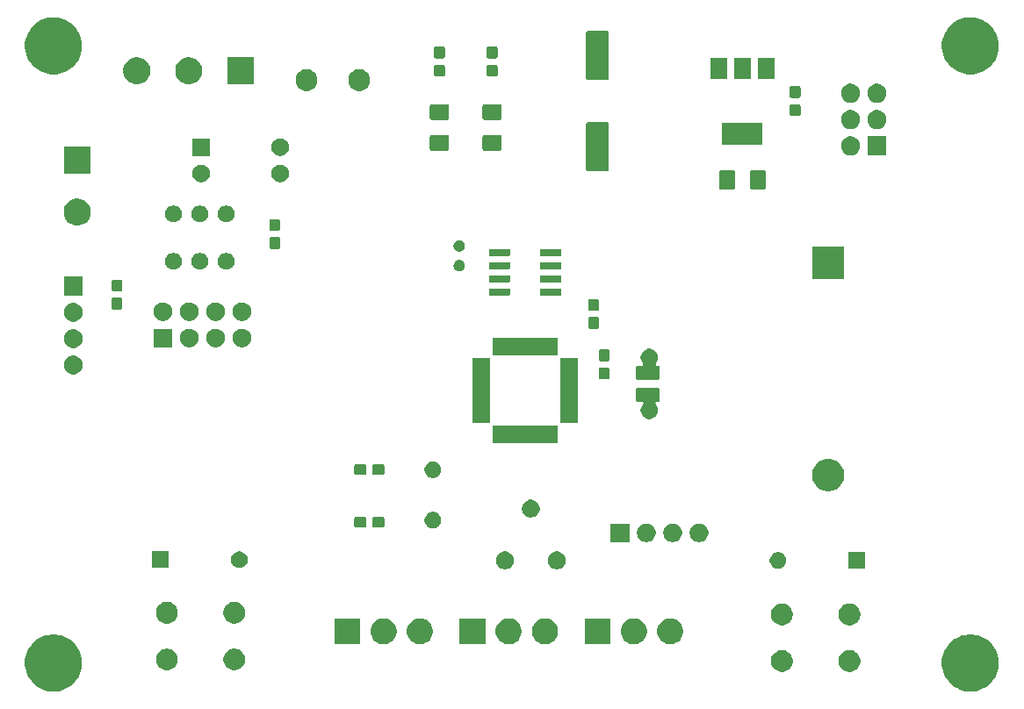
<source format=gbr>
G04 #@! TF.GenerationSoftware,KiCad,Pcbnew,(5.1.5)-3*
G04 #@! TF.CreationDate,2020-04-29T21:26:39+02:00*
G04 #@! TF.ProjectId,PONG_Display,504f4e47-5f44-4697-9370-6c61792e6b69,rev?*
G04 #@! TF.SameCoordinates,Original*
G04 #@! TF.FileFunction,Soldermask,Top*
G04 #@! TF.FilePolarity,Negative*
%FSLAX46Y46*%
G04 Gerber Fmt 4.6, Leading zero omitted, Abs format (unit mm)*
G04 Created by KiCad (PCBNEW (5.1.5)-3) date 2020-04-29 21:26:39*
%MOMM*%
%LPD*%
G04 APERTURE LIST*
%ADD10C,0.100000*%
G04 APERTURE END LIST*
D10*
G36*
X104977475Y-71834903D02*
G01*
X105323437Y-71903719D01*
X105824087Y-72111095D01*
X106004561Y-72231684D01*
X106274660Y-72412158D01*
X106657842Y-72795340D01*
X106838316Y-73065439D01*
X106958905Y-73245913D01*
X107166281Y-73746563D01*
X107166281Y-73746564D01*
X107272000Y-74278049D01*
X107272000Y-74819951D01*
X107236186Y-75000000D01*
X107166281Y-75351437D01*
X106958905Y-75852087D01*
X106902521Y-75936471D01*
X106657842Y-76302660D01*
X106274660Y-76685842D01*
X106011774Y-76861496D01*
X105824087Y-76986905D01*
X105323437Y-77194281D01*
X105057693Y-77247141D01*
X104791951Y-77300000D01*
X104250049Y-77300000D01*
X103984307Y-77247141D01*
X103718563Y-77194281D01*
X103217913Y-76986905D01*
X103030226Y-76861496D01*
X102767340Y-76685842D01*
X102384158Y-76302660D01*
X102139479Y-75936471D01*
X102083095Y-75852087D01*
X101875719Y-75351437D01*
X101805814Y-75000000D01*
X101770000Y-74819951D01*
X101770000Y-74278049D01*
X101875719Y-73746564D01*
X101875719Y-73746563D01*
X102083095Y-73245913D01*
X102203684Y-73065439D01*
X102384158Y-72795340D01*
X102767340Y-72412158D01*
X103037439Y-72231684D01*
X103217913Y-72111095D01*
X103718563Y-71903719D01*
X104064525Y-71834903D01*
X104250049Y-71798000D01*
X104791951Y-71798000D01*
X104977475Y-71834903D01*
G37*
G36*
X16578475Y-71834903D02*
G01*
X16924437Y-71903719D01*
X17425087Y-72111095D01*
X17605561Y-72231684D01*
X17875660Y-72412158D01*
X18258842Y-72795340D01*
X18439316Y-73065439D01*
X18559905Y-73245913D01*
X18767281Y-73746563D01*
X18767281Y-73746564D01*
X18873000Y-74278049D01*
X18873000Y-74819951D01*
X18837186Y-75000000D01*
X18767281Y-75351437D01*
X18559905Y-75852087D01*
X18503521Y-75936471D01*
X18258842Y-76302660D01*
X17875660Y-76685842D01*
X17612774Y-76861496D01*
X17425087Y-76986905D01*
X16924437Y-77194281D01*
X16658693Y-77247141D01*
X16392951Y-77300000D01*
X15851049Y-77300000D01*
X15585307Y-77247141D01*
X15319563Y-77194281D01*
X14818913Y-76986905D01*
X14631226Y-76861496D01*
X14368340Y-76685842D01*
X13985158Y-76302660D01*
X13740479Y-75936471D01*
X13684095Y-75852087D01*
X13476719Y-75351437D01*
X13406814Y-75000000D01*
X13371000Y-74819951D01*
X13371000Y-74278049D01*
X13476719Y-73746564D01*
X13476719Y-73746563D01*
X13684095Y-73245913D01*
X13804684Y-73065439D01*
X13985158Y-72795340D01*
X14368340Y-72412158D01*
X14638439Y-72231684D01*
X14818913Y-72111095D01*
X15319563Y-71903719D01*
X15665525Y-71834903D01*
X15851049Y-71798000D01*
X16392951Y-71798000D01*
X16578475Y-71834903D01*
G37*
G36*
X86666564Y-73339389D02*
G01*
X86857833Y-73418615D01*
X86857835Y-73418616D01*
X87029973Y-73533635D01*
X87176365Y-73680027D01*
X87220824Y-73746564D01*
X87291385Y-73852167D01*
X87370611Y-74043436D01*
X87411000Y-74246484D01*
X87411000Y-74453516D01*
X87370611Y-74656564D01*
X87302934Y-74819950D01*
X87291384Y-74847835D01*
X87176365Y-75019973D01*
X87029973Y-75166365D01*
X86857835Y-75281384D01*
X86857834Y-75281385D01*
X86857833Y-75281385D01*
X86666564Y-75360611D01*
X86463516Y-75401000D01*
X86256484Y-75401000D01*
X86053436Y-75360611D01*
X85862167Y-75281385D01*
X85862166Y-75281385D01*
X85862165Y-75281384D01*
X85690027Y-75166365D01*
X85543635Y-75019973D01*
X85428616Y-74847835D01*
X85417066Y-74819950D01*
X85349389Y-74656564D01*
X85309000Y-74453516D01*
X85309000Y-74246484D01*
X85349389Y-74043436D01*
X85428615Y-73852167D01*
X85499177Y-73746564D01*
X85543635Y-73680027D01*
X85690027Y-73533635D01*
X85862165Y-73418616D01*
X85862167Y-73418615D01*
X86053436Y-73339389D01*
X86256484Y-73299000D01*
X86463516Y-73299000D01*
X86666564Y-73339389D01*
G37*
G36*
X93166564Y-73339389D02*
G01*
X93357833Y-73418615D01*
X93357835Y-73418616D01*
X93529973Y-73533635D01*
X93676365Y-73680027D01*
X93720824Y-73746564D01*
X93791385Y-73852167D01*
X93870611Y-74043436D01*
X93911000Y-74246484D01*
X93911000Y-74453516D01*
X93870611Y-74656564D01*
X93802934Y-74819950D01*
X93791384Y-74847835D01*
X93676365Y-75019973D01*
X93529973Y-75166365D01*
X93357835Y-75281384D01*
X93357834Y-75281385D01*
X93357833Y-75281385D01*
X93166564Y-75360611D01*
X92963516Y-75401000D01*
X92756484Y-75401000D01*
X92553436Y-75360611D01*
X92362167Y-75281385D01*
X92362166Y-75281385D01*
X92362165Y-75281384D01*
X92190027Y-75166365D01*
X92043635Y-75019973D01*
X91928616Y-74847835D01*
X91917066Y-74819950D01*
X91849389Y-74656564D01*
X91809000Y-74453516D01*
X91809000Y-74246484D01*
X91849389Y-74043436D01*
X91928615Y-73852167D01*
X91999177Y-73746564D01*
X92043635Y-73680027D01*
X92190027Y-73533635D01*
X92362165Y-73418616D01*
X92362167Y-73418615D01*
X92553436Y-73339389D01*
X92756484Y-73299000D01*
X92963516Y-73299000D01*
X93166564Y-73339389D01*
G37*
G36*
X33857564Y-73181389D02*
G01*
X34019973Y-73248661D01*
X34048835Y-73260616D01*
X34220973Y-73375635D01*
X34367365Y-73522027D01*
X34482385Y-73694167D01*
X34561611Y-73885436D01*
X34602000Y-74088484D01*
X34602000Y-74295516D01*
X34561611Y-74498564D01*
X34559119Y-74504580D01*
X34482384Y-74689835D01*
X34367365Y-74861973D01*
X34220973Y-75008365D01*
X34048835Y-75123384D01*
X34048834Y-75123385D01*
X34048833Y-75123385D01*
X33857564Y-75202611D01*
X33654516Y-75243000D01*
X33447484Y-75243000D01*
X33244436Y-75202611D01*
X33053167Y-75123385D01*
X33053166Y-75123385D01*
X33053165Y-75123384D01*
X32881027Y-75008365D01*
X32734635Y-74861973D01*
X32619616Y-74689835D01*
X32542881Y-74504580D01*
X32540389Y-74498564D01*
X32500000Y-74295516D01*
X32500000Y-74088484D01*
X32540389Y-73885436D01*
X32619615Y-73694167D01*
X32734635Y-73522027D01*
X32881027Y-73375635D01*
X33053165Y-73260616D01*
X33082027Y-73248661D01*
X33244436Y-73181389D01*
X33447484Y-73141000D01*
X33654516Y-73141000D01*
X33857564Y-73181389D01*
G37*
G36*
X27357564Y-73181389D02*
G01*
X27519973Y-73248661D01*
X27548835Y-73260616D01*
X27720973Y-73375635D01*
X27867365Y-73522027D01*
X27982385Y-73694167D01*
X28061611Y-73885436D01*
X28102000Y-74088484D01*
X28102000Y-74295516D01*
X28061611Y-74498564D01*
X28059119Y-74504580D01*
X27982384Y-74689835D01*
X27867365Y-74861973D01*
X27720973Y-75008365D01*
X27548835Y-75123384D01*
X27548834Y-75123385D01*
X27548833Y-75123385D01*
X27357564Y-75202611D01*
X27154516Y-75243000D01*
X26947484Y-75243000D01*
X26744436Y-75202611D01*
X26553167Y-75123385D01*
X26553166Y-75123385D01*
X26553165Y-75123384D01*
X26381027Y-75008365D01*
X26234635Y-74861973D01*
X26119616Y-74689835D01*
X26042881Y-74504580D01*
X26040389Y-74498564D01*
X26000000Y-74295516D01*
X26000000Y-74088484D01*
X26040389Y-73885436D01*
X26119615Y-73694167D01*
X26234635Y-73522027D01*
X26381027Y-73375635D01*
X26553165Y-73260616D01*
X26582027Y-73248661D01*
X26744436Y-73181389D01*
X26947484Y-73141000D01*
X27154516Y-73141000D01*
X27357564Y-73181389D01*
G37*
G36*
X45701000Y-72721000D02*
G01*
X43199000Y-72721000D01*
X43199000Y-70219000D01*
X45701000Y-70219000D01*
X45701000Y-72721000D01*
G37*
G36*
X57766000Y-72721000D02*
G01*
X55264000Y-72721000D01*
X55264000Y-70219000D01*
X57766000Y-70219000D01*
X57766000Y-72721000D01*
G37*
G36*
X48314903Y-70267075D02*
G01*
X48509876Y-70347835D01*
X48542571Y-70361378D01*
X48747466Y-70498285D01*
X48921715Y-70672534D01*
X49058622Y-70877429D01*
X49058623Y-70877431D01*
X49152925Y-71105097D01*
X49201000Y-71346787D01*
X49201000Y-71593213D01*
X49152925Y-71834903D01*
X49058622Y-72062571D01*
X48921715Y-72267466D01*
X48747466Y-72441715D01*
X48542571Y-72578622D01*
X48542570Y-72578623D01*
X48542569Y-72578623D01*
X48314903Y-72672925D01*
X48073214Y-72721000D01*
X47826786Y-72721000D01*
X47585097Y-72672925D01*
X47357431Y-72578623D01*
X47357430Y-72578623D01*
X47357429Y-72578622D01*
X47152534Y-72441715D01*
X46978285Y-72267466D01*
X46841378Y-72062571D01*
X46747075Y-71834903D01*
X46699000Y-71593213D01*
X46699000Y-71346787D01*
X46747075Y-71105097D01*
X46841377Y-70877431D01*
X46841378Y-70877429D01*
X46978285Y-70672534D01*
X47152534Y-70498285D01*
X47357429Y-70361378D01*
X47390125Y-70347835D01*
X47585097Y-70267075D01*
X47826786Y-70219000D01*
X48073214Y-70219000D01*
X48314903Y-70267075D01*
G37*
G36*
X51814903Y-70267075D02*
G01*
X52009876Y-70347835D01*
X52042571Y-70361378D01*
X52247466Y-70498285D01*
X52421715Y-70672534D01*
X52558622Y-70877429D01*
X52558623Y-70877431D01*
X52652925Y-71105097D01*
X52701000Y-71346787D01*
X52701000Y-71593213D01*
X52652925Y-71834903D01*
X52558622Y-72062571D01*
X52421715Y-72267466D01*
X52247466Y-72441715D01*
X52042571Y-72578622D01*
X52042570Y-72578623D01*
X52042569Y-72578623D01*
X51814903Y-72672925D01*
X51573214Y-72721000D01*
X51326786Y-72721000D01*
X51085097Y-72672925D01*
X50857431Y-72578623D01*
X50857430Y-72578623D01*
X50857429Y-72578622D01*
X50652534Y-72441715D01*
X50478285Y-72267466D01*
X50341378Y-72062571D01*
X50247075Y-71834903D01*
X50199000Y-71593213D01*
X50199000Y-71346787D01*
X50247075Y-71105097D01*
X50341377Y-70877431D01*
X50341378Y-70877429D01*
X50478285Y-70672534D01*
X50652534Y-70498285D01*
X50857429Y-70361378D01*
X50890125Y-70347835D01*
X51085097Y-70267075D01*
X51326786Y-70219000D01*
X51573214Y-70219000D01*
X51814903Y-70267075D01*
G37*
G36*
X60379903Y-70267075D02*
G01*
X60574876Y-70347835D01*
X60607571Y-70361378D01*
X60812466Y-70498285D01*
X60986715Y-70672534D01*
X61123622Y-70877429D01*
X61123623Y-70877431D01*
X61217925Y-71105097D01*
X61266000Y-71346787D01*
X61266000Y-71593213D01*
X61217925Y-71834903D01*
X61123622Y-72062571D01*
X60986715Y-72267466D01*
X60812466Y-72441715D01*
X60607571Y-72578622D01*
X60607570Y-72578623D01*
X60607569Y-72578623D01*
X60379903Y-72672925D01*
X60138214Y-72721000D01*
X59891786Y-72721000D01*
X59650097Y-72672925D01*
X59422431Y-72578623D01*
X59422430Y-72578623D01*
X59422429Y-72578622D01*
X59217534Y-72441715D01*
X59043285Y-72267466D01*
X58906378Y-72062571D01*
X58812075Y-71834903D01*
X58764000Y-71593213D01*
X58764000Y-71346787D01*
X58812075Y-71105097D01*
X58906377Y-70877431D01*
X58906378Y-70877429D01*
X59043285Y-70672534D01*
X59217534Y-70498285D01*
X59422429Y-70361378D01*
X59455125Y-70347835D01*
X59650097Y-70267075D01*
X59891786Y-70219000D01*
X60138214Y-70219000D01*
X60379903Y-70267075D01*
G37*
G36*
X69831000Y-72721000D02*
G01*
X67329000Y-72721000D01*
X67329000Y-70219000D01*
X69831000Y-70219000D01*
X69831000Y-72721000D01*
G37*
G36*
X72444903Y-70267075D02*
G01*
X72639876Y-70347835D01*
X72672571Y-70361378D01*
X72877466Y-70498285D01*
X73051715Y-70672534D01*
X73188622Y-70877429D01*
X73188623Y-70877431D01*
X73282925Y-71105097D01*
X73331000Y-71346787D01*
X73331000Y-71593213D01*
X73282925Y-71834903D01*
X73188622Y-72062571D01*
X73051715Y-72267466D01*
X72877466Y-72441715D01*
X72672571Y-72578622D01*
X72672570Y-72578623D01*
X72672569Y-72578623D01*
X72444903Y-72672925D01*
X72203214Y-72721000D01*
X71956786Y-72721000D01*
X71715097Y-72672925D01*
X71487431Y-72578623D01*
X71487430Y-72578623D01*
X71487429Y-72578622D01*
X71282534Y-72441715D01*
X71108285Y-72267466D01*
X70971378Y-72062571D01*
X70877075Y-71834903D01*
X70829000Y-71593213D01*
X70829000Y-71346787D01*
X70877075Y-71105097D01*
X70971377Y-70877431D01*
X70971378Y-70877429D01*
X71108285Y-70672534D01*
X71282534Y-70498285D01*
X71487429Y-70361378D01*
X71520125Y-70347835D01*
X71715097Y-70267075D01*
X71956786Y-70219000D01*
X72203214Y-70219000D01*
X72444903Y-70267075D01*
G37*
G36*
X75944903Y-70267075D02*
G01*
X76139876Y-70347835D01*
X76172571Y-70361378D01*
X76377466Y-70498285D01*
X76551715Y-70672534D01*
X76688622Y-70877429D01*
X76688623Y-70877431D01*
X76782925Y-71105097D01*
X76831000Y-71346787D01*
X76831000Y-71593213D01*
X76782925Y-71834903D01*
X76688622Y-72062571D01*
X76551715Y-72267466D01*
X76377466Y-72441715D01*
X76172571Y-72578622D01*
X76172570Y-72578623D01*
X76172569Y-72578623D01*
X75944903Y-72672925D01*
X75703214Y-72721000D01*
X75456786Y-72721000D01*
X75215097Y-72672925D01*
X74987431Y-72578623D01*
X74987430Y-72578623D01*
X74987429Y-72578622D01*
X74782534Y-72441715D01*
X74608285Y-72267466D01*
X74471378Y-72062571D01*
X74377075Y-71834903D01*
X74329000Y-71593213D01*
X74329000Y-71346787D01*
X74377075Y-71105097D01*
X74471377Y-70877431D01*
X74471378Y-70877429D01*
X74608285Y-70672534D01*
X74782534Y-70498285D01*
X74987429Y-70361378D01*
X75020125Y-70347835D01*
X75215097Y-70267075D01*
X75456786Y-70219000D01*
X75703214Y-70219000D01*
X75944903Y-70267075D01*
G37*
G36*
X63879903Y-70267075D02*
G01*
X64074876Y-70347835D01*
X64107571Y-70361378D01*
X64312466Y-70498285D01*
X64486715Y-70672534D01*
X64623622Y-70877429D01*
X64623623Y-70877431D01*
X64717925Y-71105097D01*
X64766000Y-71346787D01*
X64766000Y-71593213D01*
X64717925Y-71834903D01*
X64623622Y-72062571D01*
X64486715Y-72267466D01*
X64312466Y-72441715D01*
X64107571Y-72578622D01*
X64107570Y-72578623D01*
X64107569Y-72578623D01*
X63879903Y-72672925D01*
X63638214Y-72721000D01*
X63391786Y-72721000D01*
X63150097Y-72672925D01*
X62922431Y-72578623D01*
X62922430Y-72578623D01*
X62922429Y-72578622D01*
X62717534Y-72441715D01*
X62543285Y-72267466D01*
X62406378Y-72062571D01*
X62312075Y-71834903D01*
X62264000Y-71593213D01*
X62264000Y-71346787D01*
X62312075Y-71105097D01*
X62406377Y-70877431D01*
X62406378Y-70877429D01*
X62543285Y-70672534D01*
X62717534Y-70498285D01*
X62922429Y-70361378D01*
X62955125Y-70347835D01*
X63150097Y-70267075D01*
X63391786Y-70219000D01*
X63638214Y-70219000D01*
X63879903Y-70267075D01*
G37*
G36*
X93166564Y-68839389D02*
G01*
X93357833Y-68918615D01*
X93357835Y-68918616D01*
X93512600Y-69022027D01*
X93529973Y-69033635D01*
X93676365Y-69180027D01*
X93791385Y-69352167D01*
X93870611Y-69543436D01*
X93911000Y-69746484D01*
X93911000Y-69953516D01*
X93870611Y-70156564D01*
X93844749Y-70219000D01*
X93791384Y-70347835D01*
X93676365Y-70519973D01*
X93529973Y-70666365D01*
X93357835Y-70781384D01*
X93357834Y-70781385D01*
X93357833Y-70781385D01*
X93166564Y-70860611D01*
X92963516Y-70901000D01*
X92756484Y-70901000D01*
X92553436Y-70860611D01*
X92362167Y-70781385D01*
X92362166Y-70781385D01*
X92362165Y-70781384D01*
X92190027Y-70666365D01*
X92043635Y-70519973D01*
X91928616Y-70347835D01*
X91875251Y-70219000D01*
X91849389Y-70156564D01*
X91809000Y-69953516D01*
X91809000Y-69746484D01*
X91849389Y-69543436D01*
X91928615Y-69352167D01*
X92043635Y-69180027D01*
X92190027Y-69033635D01*
X92207400Y-69022027D01*
X92362165Y-68918616D01*
X92362167Y-68918615D01*
X92553436Y-68839389D01*
X92756484Y-68799000D01*
X92963516Y-68799000D01*
X93166564Y-68839389D01*
G37*
G36*
X86666564Y-68839389D02*
G01*
X86857833Y-68918615D01*
X86857835Y-68918616D01*
X87012600Y-69022027D01*
X87029973Y-69033635D01*
X87176365Y-69180027D01*
X87291385Y-69352167D01*
X87370611Y-69543436D01*
X87411000Y-69746484D01*
X87411000Y-69953516D01*
X87370611Y-70156564D01*
X87344749Y-70219000D01*
X87291384Y-70347835D01*
X87176365Y-70519973D01*
X87029973Y-70666365D01*
X86857835Y-70781384D01*
X86857834Y-70781385D01*
X86857833Y-70781385D01*
X86666564Y-70860611D01*
X86463516Y-70901000D01*
X86256484Y-70901000D01*
X86053436Y-70860611D01*
X85862167Y-70781385D01*
X85862166Y-70781385D01*
X85862165Y-70781384D01*
X85690027Y-70666365D01*
X85543635Y-70519973D01*
X85428616Y-70347835D01*
X85375251Y-70219000D01*
X85349389Y-70156564D01*
X85309000Y-69953516D01*
X85309000Y-69746484D01*
X85349389Y-69543436D01*
X85428615Y-69352167D01*
X85543635Y-69180027D01*
X85690027Y-69033635D01*
X85707400Y-69022027D01*
X85862165Y-68918616D01*
X85862167Y-68918615D01*
X86053436Y-68839389D01*
X86256484Y-68799000D01*
X86463516Y-68799000D01*
X86666564Y-68839389D01*
G37*
G36*
X33857564Y-68681389D02*
G01*
X34048833Y-68760615D01*
X34048835Y-68760616D01*
X34220973Y-68875635D01*
X34367365Y-69022027D01*
X34482385Y-69194167D01*
X34561611Y-69385436D01*
X34602000Y-69588484D01*
X34602000Y-69795516D01*
X34561611Y-69998564D01*
X34496165Y-70156564D01*
X34482384Y-70189835D01*
X34367365Y-70361973D01*
X34220973Y-70508365D01*
X34048835Y-70623384D01*
X34048834Y-70623385D01*
X34048833Y-70623385D01*
X33857564Y-70702611D01*
X33654516Y-70743000D01*
X33447484Y-70743000D01*
X33244436Y-70702611D01*
X33053167Y-70623385D01*
X33053166Y-70623385D01*
X33053165Y-70623384D01*
X32881027Y-70508365D01*
X32734635Y-70361973D01*
X32619616Y-70189835D01*
X32605835Y-70156564D01*
X32540389Y-69998564D01*
X32500000Y-69795516D01*
X32500000Y-69588484D01*
X32540389Y-69385436D01*
X32619615Y-69194167D01*
X32734635Y-69022027D01*
X32881027Y-68875635D01*
X33053165Y-68760616D01*
X33053167Y-68760615D01*
X33244436Y-68681389D01*
X33447484Y-68641000D01*
X33654516Y-68641000D01*
X33857564Y-68681389D01*
G37*
G36*
X27357564Y-68681389D02*
G01*
X27548833Y-68760615D01*
X27548835Y-68760616D01*
X27720973Y-68875635D01*
X27867365Y-69022027D01*
X27982385Y-69194167D01*
X28061611Y-69385436D01*
X28102000Y-69588484D01*
X28102000Y-69795516D01*
X28061611Y-69998564D01*
X27996165Y-70156564D01*
X27982384Y-70189835D01*
X27867365Y-70361973D01*
X27720973Y-70508365D01*
X27548835Y-70623384D01*
X27548834Y-70623385D01*
X27548833Y-70623385D01*
X27357564Y-70702611D01*
X27154516Y-70743000D01*
X26947484Y-70743000D01*
X26744436Y-70702611D01*
X26553167Y-70623385D01*
X26553166Y-70623385D01*
X26553165Y-70623384D01*
X26381027Y-70508365D01*
X26234635Y-70361973D01*
X26119616Y-70189835D01*
X26105835Y-70156564D01*
X26040389Y-69998564D01*
X26000000Y-69795516D01*
X26000000Y-69588484D01*
X26040389Y-69385436D01*
X26119615Y-69194167D01*
X26234635Y-69022027D01*
X26381027Y-68875635D01*
X26553165Y-68760616D01*
X26553167Y-68760615D01*
X26744436Y-68681389D01*
X26947484Y-68641000D01*
X27154516Y-68641000D01*
X27357564Y-68681389D01*
G37*
G36*
X64894143Y-63815087D02*
G01*
X65050838Y-63879992D01*
X65191853Y-63974215D01*
X65311785Y-64094147D01*
X65406008Y-64235162D01*
X65470913Y-64391857D01*
X65504000Y-64558198D01*
X65504000Y-64727802D01*
X65470913Y-64894143D01*
X65406008Y-65050838D01*
X65311785Y-65191853D01*
X65191853Y-65311785D01*
X65050838Y-65406008D01*
X64894143Y-65470913D01*
X64727802Y-65504000D01*
X64558198Y-65504000D01*
X64391857Y-65470913D01*
X64235162Y-65406008D01*
X64094147Y-65311785D01*
X63974215Y-65191853D01*
X63879992Y-65050838D01*
X63815087Y-64894143D01*
X63782000Y-64727802D01*
X63782000Y-64558198D01*
X63815087Y-64391857D01*
X63879992Y-64235162D01*
X63974215Y-64094147D01*
X64094147Y-63974215D01*
X64235162Y-63879992D01*
X64391857Y-63815087D01*
X64558198Y-63782000D01*
X64727802Y-63782000D01*
X64894143Y-63815087D01*
G37*
G36*
X59894143Y-63815087D02*
G01*
X60050838Y-63879992D01*
X60191853Y-63974215D01*
X60311785Y-64094147D01*
X60406008Y-64235162D01*
X60470913Y-64391857D01*
X60504000Y-64558198D01*
X60504000Y-64727802D01*
X60470913Y-64894143D01*
X60406008Y-65050838D01*
X60311785Y-65191853D01*
X60191853Y-65311785D01*
X60050838Y-65406008D01*
X59894143Y-65470913D01*
X59727802Y-65504000D01*
X59558198Y-65504000D01*
X59391857Y-65470913D01*
X59235162Y-65406008D01*
X59094147Y-65311785D01*
X58974215Y-65191853D01*
X58879992Y-65050838D01*
X58815087Y-64894143D01*
X58782000Y-64727802D01*
X58782000Y-64558198D01*
X58815087Y-64391857D01*
X58879992Y-64235162D01*
X58974215Y-64094147D01*
X59094147Y-63974215D01*
X59235162Y-63879992D01*
X59391857Y-63815087D01*
X59558198Y-63782000D01*
X59727802Y-63782000D01*
X59894143Y-63815087D01*
G37*
G36*
X86212642Y-63872781D02*
G01*
X86358414Y-63933162D01*
X86358416Y-63933163D01*
X86489608Y-64020822D01*
X86601178Y-64132392D01*
X86688837Y-64263584D01*
X86688838Y-64263586D01*
X86749219Y-64409358D01*
X86780000Y-64564107D01*
X86780000Y-64721893D01*
X86749219Y-64876642D01*
X86688838Y-65022414D01*
X86688837Y-65022416D01*
X86601178Y-65153608D01*
X86489608Y-65265178D01*
X86358416Y-65352837D01*
X86358415Y-65352838D01*
X86358414Y-65352838D01*
X86212642Y-65413219D01*
X86057893Y-65444000D01*
X85900107Y-65444000D01*
X85745358Y-65413219D01*
X85599586Y-65352838D01*
X85599585Y-65352838D01*
X85599584Y-65352837D01*
X85468392Y-65265178D01*
X85356822Y-65153608D01*
X85269163Y-65022416D01*
X85269162Y-65022414D01*
X85208781Y-64876642D01*
X85178000Y-64721893D01*
X85178000Y-64564107D01*
X85208781Y-64409358D01*
X85269162Y-64263586D01*
X85269163Y-64263584D01*
X85356822Y-64132392D01*
X85468392Y-64020822D01*
X85599584Y-63933163D01*
X85599586Y-63933162D01*
X85745358Y-63872781D01*
X85900107Y-63842000D01*
X86057893Y-63842000D01*
X86212642Y-63872781D01*
G37*
G36*
X94400000Y-65444000D02*
G01*
X92798000Y-65444000D01*
X92798000Y-63842000D01*
X94400000Y-63842000D01*
X94400000Y-65444000D01*
G37*
G36*
X27217000Y-65380500D02*
G01*
X25615000Y-65380500D01*
X25615000Y-63778500D01*
X27217000Y-63778500D01*
X27217000Y-65380500D01*
G37*
G36*
X34269642Y-63809281D02*
G01*
X34415414Y-63869662D01*
X34415416Y-63869663D01*
X34546608Y-63957322D01*
X34658178Y-64068892D01*
X34745837Y-64200084D01*
X34745838Y-64200086D01*
X34806219Y-64345858D01*
X34837000Y-64500607D01*
X34837000Y-64658393D01*
X34806219Y-64813142D01*
X34745838Y-64958914D01*
X34745837Y-64958916D01*
X34658178Y-65090108D01*
X34546608Y-65201678D01*
X34415416Y-65289337D01*
X34415415Y-65289338D01*
X34415414Y-65289338D01*
X34269642Y-65349719D01*
X34114893Y-65380500D01*
X33957107Y-65380500D01*
X33802358Y-65349719D01*
X33656586Y-65289338D01*
X33656585Y-65289338D01*
X33656584Y-65289337D01*
X33525392Y-65201678D01*
X33413822Y-65090108D01*
X33326163Y-64958916D01*
X33326162Y-64958914D01*
X33265781Y-64813142D01*
X33235000Y-64658393D01*
X33235000Y-64500607D01*
X33265781Y-64345858D01*
X33326162Y-64200086D01*
X33326163Y-64200084D01*
X33413822Y-64068892D01*
X33525392Y-63957322D01*
X33656584Y-63869663D01*
X33656586Y-63869662D01*
X33802358Y-63809281D01*
X33957107Y-63778500D01*
X34114893Y-63778500D01*
X34269642Y-63809281D01*
G37*
G36*
X73392512Y-61079927D02*
G01*
X73541812Y-61109624D01*
X73705784Y-61177544D01*
X73853354Y-61276147D01*
X73978853Y-61401646D01*
X74077456Y-61549216D01*
X74145376Y-61713188D01*
X74180000Y-61887259D01*
X74180000Y-62064741D01*
X74145376Y-62238812D01*
X74077456Y-62402784D01*
X73978853Y-62550354D01*
X73853354Y-62675853D01*
X73705784Y-62774456D01*
X73541812Y-62842376D01*
X73392512Y-62872073D01*
X73367742Y-62877000D01*
X73190258Y-62877000D01*
X73165488Y-62872073D01*
X73016188Y-62842376D01*
X72852216Y-62774456D01*
X72704646Y-62675853D01*
X72579147Y-62550354D01*
X72480544Y-62402784D01*
X72412624Y-62238812D01*
X72378000Y-62064741D01*
X72378000Y-61887259D01*
X72412624Y-61713188D01*
X72480544Y-61549216D01*
X72579147Y-61401646D01*
X72704646Y-61276147D01*
X72852216Y-61177544D01*
X73016188Y-61109624D01*
X73165488Y-61079927D01*
X73190258Y-61075000D01*
X73367742Y-61075000D01*
X73392512Y-61079927D01*
G37*
G36*
X78472512Y-61079927D02*
G01*
X78621812Y-61109624D01*
X78785784Y-61177544D01*
X78933354Y-61276147D01*
X79058853Y-61401646D01*
X79157456Y-61549216D01*
X79225376Y-61713188D01*
X79260000Y-61887259D01*
X79260000Y-62064741D01*
X79225376Y-62238812D01*
X79157456Y-62402784D01*
X79058853Y-62550354D01*
X78933354Y-62675853D01*
X78785784Y-62774456D01*
X78621812Y-62842376D01*
X78472512Y-62872073D01*
X78447742Y-62877000D01*
X78270258Y-62877000D01*
X78245488Y-62872073D01*
X78096188Y-62842376D01*
X77932216Y-62774456D01*
X77784646Y-62675853D01*
X77659147Y-62550354D01*
X77560544Y-62402784D01*
X77492624Y-62238812D01*
X77458000Y-62064741D01*
X77458000Y-61887259D01*
X77492624Y-61713188D01*
X77560544Y-61549216D01*
X77659147Y-61401646D01*
X77784646Y-61276147D01*
X77932216Y-61177544D01*
X78096188Y-61109624D01*
X78245488Y-61079927D01*
X78270258Y-61075000D01*
X78447742Y-61075000D01*
X78472512Y-61079927D01*
G37*
G36*
X75932512Y-61079927D02*
G01*
X76081812Y-61109624D01*
X76245784Y-61177544D01*
X76393354Y-61276147D01*
X76518853Y-61401646D01*
X76617456Y-61549216D01*
X76685376Y-61713188D01*
X76720000Y-61887259D01*
X76720000Y-62064741D01*
X76685376Y-62238812D01*
X76617456Y-62402784D01*
X76518853Y-62550354D01*
X76393354Y-62675853D01*
X76245784Y-62774456D01*
X76081812Y-62842376D01*
X75932512Y-62872073D01*
X75907742Y-62877000D01*
X75730258Y-62877000D01*
X75705488Y-62872073D01*
X75556188Y-62842376D01*
X75392216Y-62774456D01*
X75244646Y-62675853D01*
X75119147Y-62550354D01*
X75020544Y-62402784D01*
X74952624Y-62238812D01*
X74918000Y-62064741D01*
X74918000Y-61887259D01*
X74952624Y-61713188D01*
X75020544Y-61549216D01*
X75119147Y-61401646D01*
X75244646Y-61276147D01*
X75392216Y-61177544D01*
X75556188Y-61109624D01*
X75705488Y-61079927D01*
X75730258Y-61075000D01*
X75907742Y-61075000D01*
X75932512Y-61079927D01*
G37*
G36*
X71640000Y-62877000D02*
G01*
X69838000Y-62877000D01*
X69838000Y-61075000D01*
X71640000Y-61075000D01*
X71640000Y-62877000D01*
G37*
G36*
X52938642Y-59989781D02*
G01*
X53084414Y-60050162D01*
X53084416Y-60050163D01*
X53215608Y-60137822D01*
X53327178Y-60249392D01*
X53368865Y-60311782D01*
X53414838Y-60380586D01*
X53475219Y-60526358D01*
X53506000Y-60681107D01*
X53506000Y-60838893D01*
X53475219Y-60993642D01*
X53441519Y-61075000D01*
X53414837Y-61139416D01*
X53327178Y-61270608D01*
X53215608Y-61382178D01*
X53084416Y-61469837D01*
X53084415Y-61469838D01*
X53084414Y-61469838D01*
X52938642Y-61530219D01*
X52783893Y-61561000D01*
X52626107Y-61561000D01*
X52471358Y-61530219D01*
X52325586Y-61469838D01*
X52325585Y-61469838D01*
X52325584Y-61469837D01*
X52194392Y-61382178D01*
X52082822Y-61270608D01*
X51995163Y-61139416D01*
X51968481Y-61075000D01*
X51934781Y-60993642D01*
X51904000Y-60838893D01*
X51904000Y-60681107D01*
X51934781Y-60526358D01*
X51995162Y-60380586D01*
X52041135Y-60311782D01*
X52082822Y-60249392D01*
X52194392Y-60137822D01*
X52325584Y-60050163D01*
X52325586Y-60050162D01*
X52471358Y-59989781D01*
X52626107Y-59959000D01*
X52783893Y-59959000D01*
X52938642Y-59989781D01*
G37*
G36*
X47861999Y-60438445D02*
G01*
X47899495Y-60449820D01*
X47934054Y-60468292D01*
X47964347Y-60493153D01*
X47989208Y-60523446D01*
X48007680Y-60558005D01*
X48019055Y-60595501D01*
X48023500Y-60640638D01*
X48023500Y-61279362D01*
X48019055Y-61324499D01*
X48007680Y-61361995D01*
X47989208Y-61396554D01*
X47964347Y-61426847D01*
X47934054Y-61451708D01*
X47899495Y-61470180D01*
X47861999Y-61481555D01*
X47816862Y-61486000D01*
X47078138Y-61486000D01*
X47033001Y-61481555D01*
X46995505Y-61470180D01*
X46960946Y-61451708D01*
X46930653Y-61426847D01*
X46905792Y-61396554D01*
X46887320Y-61361995D01*
X46875945Y-61324499D01*
X46871500Y-61279362D01*
X46871500Y-60640638D01*
X46875945Y-60595501D01*
X46887320Y-60558005D01*
X46905792Y-60523446D01*
X46930653Y-60493153D01*
X46960946Y-60468292D01*
X46995505Y-60449820D01*
X47033001Y-60438445D01*
X47078138Y-60434000D01*
X47816862Y-60434000D01*
X47861999Y-60438445D01*
G37*
G36*
X46111999Y-60438445D02*
G01*
X46149495Y-60449820D01*
X46184054Y-60468292D01*
X46214347Y-60493153D01*
X46239208Y-60523446D01*
X46257680Y-60558005D01*
X46269055Y-60595501D01*
X46273500Y-60640638D01*
X46273500Y-61279362D01*
X46269055Y-61324499D01*
X46257680Y-61361995D01*
X46239208Y-61396554D01*
X46214347Y-61426847D01*
X46184054Y-61451708D01*
X46149495Y-61470180D01*
X46111999Y-61481555D01*
X46066862Y-61486000D01*
X45328138Y-61486000D01*
X45283001Y-61481555D01*
X45245505Y-61470180D01*
X45210946Y-61451708D01*
X45180653Y-61426847D01*
X45155792Y-61396554D01*
X45137320Y-61361995D01*
X45125945Y-61324499D01*
X45121500Y-61279362D01*
X45121500Y-60640638D01*
X45125945Y-60595501D01*
X45137320Y-60558005D01*
X45155792Y-60523446D01*
X45180653Y-60493153D01*
X45210946Y-60468292D01*
X45245505Y-60449820D01*
X45283001Y-60438445D01*
X45328138Y-60434000D01*
X46066862Y-60434000D01*
X46111999Y-60438445D01*
G37*
G36*
X62394143Y-58815087D02*
G01*
X62550838Y-58879992D01*
X62691853Y-58974215D01*
X62811785Y-59094147D01*
X62906008Y-59235162D01*
X62970913Y-59391857D01*
X63004000Y-59558198D01*
X63004000Y-59727802D01*
X62970913Y-59894143D01*
X62906008Y-60050838D01*
X62811785Y-60191853D01*
X62691853Y-60311785D01*
X62550838Y-60406008D01*
X62394143Y-60470913D01*
X62227802Y-60504000D01*
X62058198Y-60504000D01*
X61891857Y-60470913D01*
X61735162Y-60406008D01*
X61594147Y-60311785D01*
X61474215Y-60191853D01*
X61379992Y-60050838D01*
X61315087Y-59894143D01*
X61282000Y-59727802D01*
X61282000Y-59558198D01*
X61315087Y-59391857D01*
X61379992Y-59235162D01*
X61474215Y-59094147D01*
X61594147Y-58974215D01*
X61735162Y-58879992D01*
X61891857Y-58815087D01*
X62058198Y-58782000D01*
X62227802Y-58782000D01*
X62394143Y-58815087D01*
G37*
G36*
X91107585Y-54878802D02*
G01*
X91257410Y-54908604D01*
X91539674Y-55025521D01*
X91793705Y-55195259D01*
X92009741Y-55411295D01*
X92179479Y-55665326D01*
X92235721Y-55801108D01*
X92296396Y-55947591D01*
X92346477Y-56199362D01*
X92356000Y-56247240D01*
X92356000Y-56552760D01*
X92296396Y-56852410D01*
X92179479Y-57134674D01*
X92009741Y-57388705D01*
X91793705Y-57604741D01*
X91539674Y-57774479D01*
X91257410Y-57891396D01*
X91107585Y-57921198D01*
X90957761Y-57951000D01*
X90652239Y-57951000D01*
X90502415Y-57921198D01*
X90352590Y-57891396D01*
X90070326Y-57774479D01*
X89816295Y-57604741D01*
X89600259Y-57388705D01*
X89430521Y-57134674D01*
X89313604Y-56852410D01*
X89254000Y-56552760D01*
X89254000Y-56247240D01*
X89263524Y-56199362D01*
X89313604Y-55947591D01*
X89374279Y-55801108D01*
X89430521Y-55665326D01*
X89600259Y-55411295D01*
X89816295Y-55195259D01*
X90070326Y-55025521D01*
X90352590Y-54908604D01*
X90502415Y-54878802D01*
X90652239Y-54849000D01*
X90957761Y-54849000D01*
X91107585Y-54878802D01*
G37*
G36*
X52938642Y-55109781D02*
G01*
X53084414Y-55170162D01*
X53084416Y-55170163D01*
X53215608Y-55257822D01*
X53327178Y-55369392D01*
X53394993Y-55470885D01*
X53414838Y-55500586D01*
X53475219Y-55646358D01*
X53506000Y-55801107D01*
X53506000Y-55958893D01*
X53475219Y-56113642D01*
X53414838Y-56259414D01*
X53414837Y-56259416D01*
X53327178Y-56390608D01*
X53215608Y-56502178D01*
X53084416Y-56589837D01*
X53084415Y-56589838D01*
X53084414Y-56589838D01*
X52938642Y-56650219D01*
X52783893Y-56681000D01*
X52626107Y-56681000D01*
X52471358Y-56650219D01*
X52325586Y-56589838D01*
X52325585Y-56589838D01*
X52325584Y-56589837D01*
X52194392Y-56502178D01*
X52082822Y-56390608D01*
X51995163Y-56259416D01*
X51995162Y-56259414D01*
X51934781Y-56113642D01*
X51904000Y-55958893D01*
X51904000Y-55801107D01*
X51934781Y-55646358D01*
X51995162Y-55500586D01*
X52015007Y-55470885D01*
X52082822Y-55369392D01*
X52194392Y-55257822D01*
X52325584Y-55170163D01*
X52325586Y-55170162D01*
X52471358Y-55109781D01*
X52626107Y-55079000D01*
X52783893Y-55079000D01*
X52938642Y-55109781D01*
G37*
G36*
X47861999Y-55358445D02*
G01*
X47899495Y-55369820D01*
X47934054Y-55388292D01*
X47964347Y-55413153D01*
X47989208Y-55443446D01*
X48007680Y-55478005D01*
X48019055Y-55515501D01*
X48023500Y-55560638D01*
X48023500Y-56199362D01*
X48019055Y-56244499D01*
X48007680Y-56281995D01*
X47989208Y-56316554D01*
X47964347Y-56346847D01*
X47934054Y-56371708D01*
X47899495Y-56390180D01*
X47861999Y-56401555D01*
X47816862Y-56406000D01*
X47078138Y-56406000D01*
X47033001Y-56401555D01*
X46995505Y-56390180D01*
X46960946Y-56371708D01*
X46930653Y-56346847D01*
X46905792Y-56316554D01*
X46887320Y-56281995D01*
X46875945Y-56244499D01*
X46871500Y-56199362D01*
X46871500Y-55560638D01*
X46875945Y-55515501D01*
X46887320Y-55478005D01*
X46905792Y-55443446D01*
X46930653Y-55413153D01*
X46960946Y-55388292D01*
X46995505Y-55369820D01*
X47033001Y-55358445D01*
X47078138Y-55354000D01*
X47816862Y-55354000D01*
X47861999Y-55358445D01*
G37*
G36*
X46111999Y-55358445D02*
G01*
X46149495Y-55369820D01*
X46184054Y-55388292D01*
X46214347Y-55413153D01*
X46239208Y-55443446D01*
X46257680Y-55478005D01*
X46269055Y-55515501D01*
X46273500Y-55560638D01*
X46273500Y-56199362D01*
X46269055Y-56244499D01*
X46257680Y-56281995D01*
X46239208Y-56316554D01*
X46214347Y-56346847D01*
X46184054Y-56371708D01*
X46149495Y-56390180D01*
X46111999Y-56401555D01*
X46066862Y-56406000D01*
X45328138Y-56406000D01*
X45283001Y-56401555D01*
X45245505Y-56390180D01*
X45210946Y-56371708D01*
X45180653Y-56346847D01*
X45155792Y-56316554D01*
X45137320Y-56281995D01*
X45125945Y-56244499D01*
X45121500Y-56199362D01*
X45121500Y-55560638D01*
X45125945Y-55515501D01*
X45137320Y-55478005D01*
X45155792Y-55443446D01*
X45180653Y-55413153D01*
X45210946Y-55388292D01*
X45245505Y-55369820D01*
X45283001Y-55358445D01*
X45328138Y-55354000D01*
X46066862Y-55354000D01*
X46111999Y-55358445D01*
G37*
G36*
X64721000Y-53361000D02*
G01*
X58469000Y-53361000D01*
X58469000Y-51659000D01*
X64721000Y-51659000D01*
X64721000Y-53361000D01*
G37*
G36*
X58196000Y-51386000D02*
G01*
X56494000Y-51386000D01*
X56494000Y-45134000D01*
X58196000Y-45134000D01*
X58196000Y-51386000D01*
G37*
G36*
X66696000Y-51386000D02*
G01*
X64994000Y-51386000D01*
X64994000Y-45134000D01*
X66696000Y-45134000D01*
X66696000Y-51386000D01*
G37*
G36*
X74418604Y-48003347D02*
G01*
X74455144Y-48014432D01*
X74488821Y-48032433D01*
X74518341Y-48056659D01*
X74542567Y-48086179D01*
X74560568Y-48119856D01*
X74571653Y-48156396D01*
X74576000Y-48200538D01*
X74576000Y-49149462D01*
X74571653Y-49193604D01*
X74560568Y-49230144D01*
X74542567Y-49263821D01*
X74518341Y-49293341D01*
X74488821Y-49317567D01*
X74455144Y-49335568D01*
X74418604Y-49346653D01*
X74374462Y-49351000D01*
X74281270Y-49351000D01*
X74256884Y-49353402D01*
X74233435Y-49360515D01*
X74211824Y-49372066D01*
X74192882Y-49387611D01*
X74177337Y-49406553D01*
X74165786Y-49428164D01*
X74158673Y-49451613D01*
X74156271Y-49475999D01*
X74158673Y-49500385D01*
X74165786Y-49523834D01*
X74177337Y-49545445D01*
X74192877Y-49564381D01*
X74236015Y-49607519D01*
X74329147Y-49746900D01*
X74393297Y-49901772D01*
X74426000Y-50066184D01*
X74426000Y-50233816D01*
X74393297Y-50398228D01*
X74329147Y-50553100D01*
X74236015Y-50692481D01*
X74117481Y-50811015D01*
X73978100Y-50904147D01*
X73823228Y-50968297D01*
X73658816Y-51001000D01*
X73491184Y-51001000D01*
X73326772Y-50968297D01*
X73171900Y-50904147D01*
X73032519Y-50811015D01*
X72913985Y-50692481D01*
X72820853Y-50553100D01*
X72756703Y-50398228D01*
X72724000Y-50233816D01*
X72724000Y-50066184D01*
X72756703Y-49901772D01*
X72820853Y-49746900D01*
X72913985Y-49607519D01*
X72957123Y-49564381D01*
X72972663Y-49545445D01*
X72984214Y-49523834D01*
X72991327Y-49500385D01*
X72993729Y-49475999D01*
X72991327Y-49451613D01*
X72984214Y-49428164D01*
X72972663Y-49406553D01*
X72957118Y-49387611D01*
X72938176Y-49372066D01*
X72916565Y-49360515D01*
X72893116Y-49353402D01*
X72868730Y-49351000D01*
X72475538Y-49351000D01*
X72431396Y-49346653D01*
X72394856Y-49335568D01*
X72361179Y-49317567D01*
X72331659Y-49293341D01*
X72307433Y-49263821D01*
X72289432Y-49230144D01*
X72278347Y-49193604D01*
X72274000Y-49149462D01*
X72274000Y-48200538D01*
X72278347Y-48156396D01*
X72289432Y-48119856D01*
X72307433Y-48086179D01*
X72331659Y-48056659D01*
X72361179Y-48032433D01*
X72394856Y-48014432D01*
X72431396Y-48003347D01*
X72475538Y-47999000D01*
X74374462Y-47999000D01*
X74418604Y-48003347D01*
G37*
G36*
X73823228Y-44251703D02*
G01*
X73978100Y-44315853D01*
X74117481Y-44408985D01*
X74236015Y-44527519D01*
X74329147Y-44666900D01*
X74393297Y-44821772D01*
X74426000Y-44986184D01*
X74426000Y-45153816D01*
X74393297Y-45318228D01*
X74329147Y-45473100D01*
X74236015Y-45612481D01*
X74212877Y-45635619D01*
X74197337Y-45654555D01*
X74185786Y-45676166D01*
X74178673Y-45699615D01*
X74176271Y-45724001D01*
X74178673Y-45748387D01*
X74185786Y-45771836D01*
X74197337Y-45793447D01*
X74212882Y-45812389D01*
X74231824Y-45827934D01*
X74253435Y-45839485D01*
X74276884Y-45846598D01*
X74301270Y-45849000D01*
X74374462Y-45849000D01*
X74418604Y-45853347D01*
X74455144Y-45864432D01*
X74488821Y-45882433D01*
X74518341Y-45906659D01*
X74542567Y-45936179D01*
X74560568Y-45969856D01*
X74571653Y-46006396D01*
X74576000Y-46050538D01*
X74576000Y-46999462D01*
X74571653Y-47043604D01*
X74560568Y-47080144D01*
X74542567Y-47113821D01*
X74518341Y-47143341D01*
X74488821Y-47167567D01*
X74455144Y-47185568D01*
X74418604Y-47196653D01*
X74374462Y-47201000D01*
X72475538Y-47201000D01*
X72431396Y-47196653D01*
X72394856Y-47185568D01*
X72361179Y-47167567D01*
X72331659Y-47143341D01*
X72307433Y-47113821D01*
X72289432Y-47080144D01*
X72278347Y-47043604D01*
X72274000Y-46999462D01*
X72274000Y-46050538D01*
X72278347Y-46006396D01*
X72289432Y-45969856D01*
X72307433Y-45936179D01*
X72331659Y-45906659D01*
X72361179Y-45882433D01*
X72394856Y-45864432D01*
X72431396Y-45853347D01*
X72475538Y-45849000D01*
X72848730Y-45849000D01*
X72873116Y-45846598D01*
X72896565Y-45839485D01*
X72918176Y-45827934D01*
X72937118Y-45812389D01*
X72952663Y-45793447D01*
X72964214Y-45771836D01*
X72971327Y-45748387D01*
X72973729Y-45724001D01*
X72971327Y-45699615D01*
X72964214Y-45676166D01*
X72952663Y-45654555D01*
X72937123Y-45635619D01*
X72913985Y-45612481D01*
X72820853Y-45473100D01*
X72756703Y-45318228D01*
X72724000Y-45153816D01*
X72724000Y-44986184D01*
X72756703Y-44821772D01*
X72820853Y-44666900D01*
X72913985Y-44527519D01*
X73032519Y-44408985D01*
X73171900Y-44315853D01*
X73326772Y-44251703D01*
X73491184Y-44219000D01*
X73658816Y-44219000D01*
X73823228Y-44251703D01*
G37*
G36*
X69579499Y-46023445D02*
G01*
X69616995Y-46034820D01*
X69651554Y-46053292D01*
X69681847Y-46078153D01*
X69706708Y-46108446D01*
X69725180Y-46143005D01*
X69736555Y-46180501D01*
X69741000Y-46225638D01*
X69741000Y-46964362D01*
X69736555Y-47009499D01*
X69725180Y-47046995D01*
X69706708Y-47081554D01*
X69681847Y-47111847D01*
X69651554Y-47136708D01*
X69616995Y-47155180D01*
X69579499Y-47166555D01*
X69534362Y-47171000D01*
X68895638Y-47171000D01*
X68850501Y-47166555D01*
X68813005Y-47155180D01*
X68778446Y-47136708D01*
X68748153Y-47111847D01*
X68723292Y-47081554D01*
X68704820Y-47046995D01*
X68693445Y-47009499D01*
X68689000Y-46964362D01*
X68689000Y-46225638D01*
X68693445Y-46180501D01*
X68704820Y-46143005D01*
X68723292Y-46108446D01*
X68748153Y-46078153D01*
X68778446Y-46053292D01*
X68813005Y-46034820D01*
X68850501Y-46023445D01*
X68895638Y-46019000D01*
X69534362Y-46019000D01*
X69579499Y-46023445D01*
G37*
G36*
X18147512Y-44887427D02*
G01*
X18296812Y-44917124D01*
X18460784Y-44985044D01*
X18608354Y-45083647D01*
X18733853Y-45209146D01*
X18832456Y-45356716D01*
X18900376Y-45520688D01*
X18935000Y-45694759D01*
X18935000Y-45872241D01*
X18900376Y-46046312D01*
X18832456Y-46210284D01*
X18733853Y-46357854D01*
X18608354Y-46483353D01*
X18460784Y-46581956D01*
X18296812Y-46649876D01*
X18147512Y-46679573D01*
X18122742Y-46684500D01*
X17945258Y-46684500D01*
X17920488Y-46679573D01*
X17771188Y-46649876D01*
X17607216Y-46581956D01*
X17459646Y-46483353D01*
X17334147Y-46357854D01*
X17235544Y-46210284D01*
X17167624Y-46046312D01*
X17133000Y-45872241D01*
X17133000Y-45694759D01*
X17167624Y-45520688D01*
X17235544Y-45356716D01*
X17334147Y-45209146D01*
X17459646Y-45083647D01*
X17607216Y-44985044D01*
X17771188Y-44917124D01*
X17920488Y-44887427D01*
X17945258Y-44882500D01*
X18122742Y-44882500D01*
X18147512Y-44887427D01*
G37*
G36*
X69579499Y-44273445D02*
G01*
X69616995Y-44284820D01*
X69651554Y-44303292D01*
X69681847Y-44328153D01*
X69706708Y-44358446D01*
X69725180Y-44393005D01*
X69736555Y-44430501D01*
X69741000Y-44475638D01*
X69741000Y-45214362D01*
X69736555Y-45259499D01*
X69725180Y-45296995D01*
X69706708Y-45331554D01*
X69681847Y-45361847D01*
X69651554Y-45386708D01*
X69616995Y-45405180D01*
X69579499Y-45416555D01*
X69534362Y-45421000D01*
X68895638Y-45421000D01*
X68850501Y-45416555D01*
X68813005Y-45405180D01*
X68778446Y-45386708D01*
X68748153Y-45361847D01*
X68723292Y-45331554D01*
X68704820Y-45296995D01*
X68693445Y-45259499D01*
X68689000Y-45214362D01*
X68689000Y-44475638D01*
X68693445Y-44430501D01*
X68704820Y-44393005D01*
X68723292Y-44358446D01*
X68748153Y-44328153D01*
X68778446Y-44303292D01*
X68813005Y-44284820D01*
X68850501Y-44273445D01*
X68895638Y-44269000D01*
X69534362Y-44269000D01*
X69579499Y-44273445D01*
G37*
G36*
X64721000Y-44861000D02*
G01*
X58469000Y-44861000D01*
X58469000Y-43159000D01*
X64721000Y-43159000D01*
X64721000Y-44861000D01*
G37*
G36*
X18147512Y-42347427D02*
G01*
X18296812Y-42377124D01*
X18460784Y-42445044D01*
X18608354Y-42543647D01*
X18733853Y-42669146D01*
X18832456Y-42816716D01*
X18900376Y-42980688D01*
X18935000Y-43154759D01*
X18935000Y-43332241D01*
X18900376Y-43506312D01*
X18832456Y-43670284D01*
X18733853Y-43817854D01*
X18608354Y-43943353D01*
X18460784Y-44041956D01*
X18296812Y-44109876D01*
X18147512Y-44139573D01*
X18122742Y-44144500D01*
X17945258Y-44144500D01*
X17920488Y-44139573D01*
X17771188Y-44109876D01*
X17607216Y-44041956D01*
X17459646Y-43943353D01*
X17334147Y-43817854D01*
X17235544Y-43670284D01*
X17167624Y-43506312D01*
X17133000Y-43332241D01*
X17133000Y-43154759D01*
X17167624Y-42980688D01*
X17235544Y-42816716D01*
X17334147Y-42669146D01*
X17459646Y-42543647D01*
X17607216Y-42445044D01*
X17771188Y-42377124D01*
X17920488Y-42347427D01*
X17945258Y-42342500D01*
X18122742Y-42342500D01*
X18147512Y-42347427D01*
G37*
G36*
X31863512Y-42283927D02*
G01*
X32012812Y-42313624D01*
X32176784Y-42381544D01*
X32324354Y-42480147D01*
X32449853Y-42605646D01*
X32548456Y-42753216D01*
X32616376Y-42917188D01*
X32651000Y-43091259D01*
X32651000Y-43268741D01*
X32616376Y-43442812D01*
X32548456Y-43606784D01*
X32449853Y-43754354D01*
X32324354Y-43879853D01*
X32176784Y-43978456D01*
X32012812Y-44046376D01*
X31863512Y-44076073D01*
X31838742Y-44081000D01*
X31661258Y-44081000D01*
X31636488Y-44076073D01*
X31487188Y-44046376D01*
X31323216Y-43978456D01*
X31175646Y-43879853D01*
X31050147Y-43754354D01*
X30951544Y-43606784D01*
X30883624Y-43442812D01*
X30849000Y-43268741D01*
X30849000Y-43091259D01*
X30883624Y-42917188D01*
X30951544Y-42753216D01*
X31050147Y-42605646D01*
X31175646Y-42480147D01*
X31323216Y-42381544D01*
X31487188Y-42313624D01*
X31636488Y-42283927D01*
X31661258Y-42279000D01*
X31838742Y-42279000D01*
X31863512Y-42283927D01*
G37*
G36*
X27571000Y-44081000D02*
G01*
X25769000Y-44081000D01*
X25769000Y-42279000D01*
X27571000Y-42279000D01*
X27571000Y-44081000D01*
G37*
G36*
X29323512Y-42283927D02*
G01*
X29472812Y-42313624D01*
X29636784Y-42381544D01*
X29784354Y-42480147D01*
X29909853Y-42605646D01*
X30008456Y-42753216D01*
X30076376Y-42917188D01*
X30111000Y-43091259D01*
X30111000Y-43268741D01*
X30076376Y-43442812D01*
X30008456Y-43606784D01*
X29909853Y-43754354D01*
X29784354Y-43879853D01*
X29636784Y-43978456D01*
X29472812Y-44046376D01*
X29323512Y-44076073D01*
X29298742Y-44081000D01*
X29121258Y-44081000D01*
X29096488Y-44076073D01*
X28947188Y-44046376D01*
X28783216Y-43978456D01*
X28635646Y-43879853D01*
X28510147Y-43754354D01*
X28411544Y-43606784D01*
X28343624Y-43442812D01*
X28309000Y-43268741D01*
X28309000Y-43091259D01*
X28343624Y-42917188D01*
X28411544Y-42753216D01*
X28510147Y-42605646D01*
X28635646Y-42480147D01*
X28783216Y-42381544D01*
X28947188Y-42313624D01*
X29096488Y-42283927D01*
X29121258Y-42279000D01*
X29298742Y-42279000D01*
X29323512Y-42283927D01*
G37*
G36*
X34403512Y-42283927D02*
G01*
X34552812Y-42313624D01*
X34716784Y-42381544D01*
X34864354Y-42480147D01*
X34989853Y-42605646D01*
X35088456Y-42753216D01*
X35156376Y-42917188D01*
X35191000Y-43091259D01*
X35191000Y-43268741D01*
X35156376Y-43442812D01*
X35088456Y-43606784D01*
X34989853Y-43754354D01*
X34864354Y-43879853D01*
X34716784Y-43978456D01*
X34552812Y-44046376D01*
X34403512Y-44076073D01*
X34378742Y-44081000D01*
X34201258Y-44081000D01*
X34176488Y-44076073D01*
X34027188Y-44046376D01*
X33863216Y-43978456D01*
X33715646Y-43879853D01*
X33590147Y-43754354D01*
X33491544Y-43606784D01*
X33423624Y-43442812D01*
X33389000Y-43268741D01*
X33389000Y-43091259D01*
X33423624Y-42917188D01*
X33491544Y-42753216D01*
X33590147Y-42605646D01*
X33715646Y-42480147D01*
X33863216Y-42381544D01*
X34027188Y-42313624D01*
X34176488Y-42283927D01*
X34201258Y-42279000D01*
X34378742Y-42279000D01*
X34403512Y-42283927D01*
G37*
G36*
X68563499Y-41160945D02*
G01*
X68600995Y-41172320D01*
X68635554Y-41190792D01*
X68665847Y-41215653D01*
X68690708Y-41245946D01*
X68709180Y-41280505D01*
X68720555Y-41318001D01*
X68725000Y-41363138D01*
X68725000Y-42101862D01*
X68720555Y-42146999D01*
X68709180Y-42184495D01*
X68690708Y-42219054D01*
X68665847Y-42249347D01*
X68635554Y-42274208D01*
X68600995Y-42292680D01*
X68563499Y-42304055D01*
X68518362Y-42308500D01*
X67879638Y-42308500D01*
X67834501Y-42304055D01*
X67797005Y-42292680D01*
X67762446Y-42274208D01*
X67732153Y-42249347D01*
X67707292Y-42219054D01*
X67688820Y-42184495D01*
X67677445Y-42146999D01*
X67673000Y-42101862D01*
X67673000Y-41363138D01*
X67677445Y-41318001D01*
X67688820Y-41280505D01*
X67707292Y-41245946D01*
X67732153Y-41215653D01*
X67762446Y-41190792D01*
X67797005Y-41172320D01*
X67834501Y-41160945D01*
X67879638Y-41156500D01*
X68518362Y-41156500D01*
X68563499Y-41160945D01*
G37*
G36*
X18147512Y-39807427D02*
G01*
X18296812Y-39837124D01*
X18460784Y-39905044D01*
X18608354Y-40003647D01*
X18733853Y-40129146D01*
X18832456Y-40276716D01*
X18900376Y-40440688D01*
X18935000Y-40614759D01*
X18935000Y-40792241D01*
X18900376Y-40966312D01*
X18832456Y-41130284D01*
X18733853Y-41277854D01*
X18608354Y-41403353D01*
X18460784Y-41501956D01*
X18296812Y-41569876D01*
X18147512Y-41599573D01*
X18122742Y-41604500D01*
X17945258Y-41604500D01*
X17920488Y-41599573D01*
X17771188Y-41569876D01*
X17607216Y-41501956D01*
X17459646Y-41403353D01*
X17334147Y-41277854D01*
X17235544Y-41130284D01*
X17167624Y-40966312D01*
X17133000Y-40792241D01*
X17133000Y-40614759D01*
X17167624Y-40440688D01*
X17235544Y-40276716D01*
X17334147Y-40129146D01*
X17459646Y-40003647D01*
X17607216Y-39905044D01*
X17771188Y-39837124D01*
X17920488Y-39807427D01*
X17945258Y-39802500D01*
X18122742Y-39802500D01*
X18147512Y-39807427D01*
G37*
G36*
X34403512Y-39743927D02*
G01*
X34552812Y-39773624D01*
X34716784Y-39841544D01*
X34864354Y-39940147D01*
X34989853Y-40065646D01*
X35088456Y-40213216D01*
X35156376Y-40377188D01*
X35191000Y-40551259D01*
X35191000Y-40728741D01*
X35156376Y-40902812D01*
X35088456Y-41066784D01*
X34989853Y-41214354D01*
X34864354Y-41339853D01*
X34716784Y-41438456D01*
X34552812Y-41506376D01*
X34403512Y-41536073D01*
X34378742Y-41541000D01*
X34201258Y-41541000D01*
X34176488Y-41536073D01*
X34027188Y-41506376D01*
X33863216Y-41438456D01*
X33715646Y-41339853D01*
X33590147Y-41214354D01*
X33491544Y-41066784D01*
X33423624Y-40902812D01*
X33389000Y-40728741D01*
X33389000Y-40551259D01*
X33423624Y-40377188D01*
X33491544Y-40213216D01*
X33590147Y-40065646D01*
X33715646Y-39940147D01*
X33863216Y-39841544D01*
X34027188Y-39773624D01*
X34176488Y-39743927D01*
X34201258Y-39739000D01*
X34378742Y-39739000D01*
X34403512Y-39743927D01*
G37*
G36*
X26783512Y-39743927D02*
G01*
X26932812Y-39773624D01*
X27096784Y-39841544D01*
X27244354Y-39940147D01*
X27369853Y-40065646D01*
X27468456Y-40213216D01*
X27536376Y-40377188D01*
X27571000Y-40551259D01*
X27571000Y-40728741D01*
X27536376Y-40902812D01*
X27468456Y-41066784D01*
X27369853Y-41214354D01*
X27244354Y-41339853D01*
X27096784Y-41438456D01*
X26932812Y-41506376D01*
X26783512Y-41536073D01*
X26758742Y-41541000D01*
X26581258Y-41541000D01*
X26556488Y-41536073D01*
X26407188Y-41506376D01*
X26243216Y-41438456D01*
X26095646Y-41339853D01*
X25970147Y-41214354D01*
X25871544Y-41066784D01*
X25803624Y-40902812D01*
X25769000Y-40728741D01*
X25769000Y-40551259D01*
X25803624Y-40377188D01*
X25871544Y-40213216D01*
X25970147Y-40065646D01*
X26095646Y-39940147D01*
X26243216Y-39841544D01*
X26407188Y-39773624D01*
X26556488Y-39743927D01*
X26581258Y-39739000D01*
X26758742Y-39739000D01*
X26783512Y-39743927D01*
G37*
G36*
X29323512Y-39743927D02*
G01*
X29472812Y-39773624D01*
X29636784Y-39841544D01*
X29784354Y-39940147D01*
X29909853Y-40065646D01*
X30008456Y-40213216D01*
X30076376Y-40377188D01*
X30111000Y-40551259D01*
X30111000Y-40728741D01*
X30076376Y-40902812D01*
X30008456Y-41066784D01*
X29909853Y-41214354D01*
X29784354Y-41339853D01*
X29636784Y-41438456D01*
X29472812Y-41506376D01*
X29323512Y-41536073D01*
X29298742Y-41541000D01*
X29121258Y-41541000D01*
X29096488Y-41536073D01*
X28947188Y-41506376D01*
X28783216Y-41438456D01*
X28635646Y-41339853D01*
X28510147Y-41214354D01*
X28411544Y-41066784D01*
X28343624Y-40902812D01*
X28309000Y-40728741D01*
X28309000Y-40551259D01*
X28343624Y-40377188D01*
X28411544Y-40213216D01*
X28510147Y-40065646D01*
X28635646Y-39940147D01*
X28783216Y-39841544D01*
X28947188Y-39773624D01*
X29096488Y-39743927D01*
X29121258Y-39739000D01*
X29298742Y-39739000D01*
X29323512Y-39743927D01*
G37*
G36*
X31863512Y-39743927D02*
G01*
X32012812Y-39773624D01*
X32176784Y-39841544D01*
X32324354Y-39940147D01*
X32449853Y-40065646D01*
X32548456Y-40213216D01*
X32616376Y-40377188D01*
X32651000Y-40551259D01*
X32651000Y-40728741D01*
X32616376Y-40902812D01*
X32548456Y-41066784D01*
X32449853Y-41214354D01*
X32324354Y-41339853D01*
X32176784Y-41438456D01*
X32012812Y-41506376D01*
X31863512Y-41536073D01*
X31838742Y-41541000D01*
X31661258Y-41541000D01*
X31636488Y-41536073D01*
X31487188Y-41506376D01*
X31323216Y-41438456D01*
X31175646Y-41339853D01*
X31050147Y-41214354D01*
X30951544Y-41066784D01*
X30883624Y-40902812D01*
X30849000Y-40728741D01*
X30849000Y-40551259D01*
X30883624Y-40377188D01*
X30951544Y-40213216D01*
X31050147Y-40065646D01*
X31175646Y-39940147D01*
X31323216Y-39841544D01*
X31487188Y-39773624D01*
X31636488Y-39743927D01*
X31661258Y-39739000D01*
X31838742Y-39739000D01*
X31863512Y-39743927D01*
G37*
G36*
X68563499Y-39410945D02*
G01*
X68600995Y-39422320D01*
X68635554Y-39440792D01*
X68665847Y-39465653D01*
X68690708Y-39495946D01*
X68709180Y-39530505D01*
X68720555Y-39568001D01*
X68725000Y-39613138D01*
X68725000Y-40351862D01*
X68720555Y-40396999D01*
X68709180Y-40434495D01*
X68690708Y-40469054D01*
X68665847Y-40499347D01*
X68635554Y-40524208D01*
X68600995Y-40542680D01*
X68563499Y-40554055D01*
X68518362Y-40558500D01*
X67879638Y-40558500D01*
X67834501Y-40554055D01*
X67797005Y-40542680D01*
X67762446Y-40524208D01*
X67732153Y-40499347D01*
X67707292Y-40469054D01*
X67688820Y-40434495D01*
X67677445Y-40396999D01*
X67673000Y-40351862D01*
X67673000Y-39613138D01*
X67677445Y-39568001D01*
X67688820Y-39530505D01*
X67707292Y-39495946D01*
X67732153Y-39465653D01*
X67762446Y-39440792D01*
X67797005Y-39422320D01*
X67834501Y-39410945D01*
X67879638Y-39406500D01*
X68518362Y-39406500D01*
X68563499Y-39410945D01*
G37*
G36*
X22603499Y-39292445D02*
G01*
X22640995Y-39303820D01*
X22675554Y-39322292D01*
X22705847Y-39347153D01*
X22730708Y-39377446D01*
X22749180Y-39412005D01*
X22760555Y-39449501D01*
X22765000Y-39494638D01*
X22765000Y-40233362D01*
X22760555Y-40278499D01*
X22749180Y-40315995D01*
X22730708Y-40350554D01*
X22705847Y-40380847D01*
X22675554Y-40405708D01*
X22640995Y-40424180D01*
X22603499Y-40435555D01*
X22558362Y-40440000D01*
X21919638Y-40440000D01*
X21874501Y-40435555D01*
X21837005Y-40424180D01*
X21802446Y-40405708D01*
X21772153Y-40380847D01*
X21747292Y-40350554D01*
X21728820Y-40315995D01*
X21717445Y-40278499D01*
X21713000Y-40233362D01*
X21713000Y-39494638D01*
X21717445Y-39449501D01*
X21728820Y-39412005D01*
X21747292Y-39377446D01*
X21772153Y-39347153D01*
X21802446Y-39322292D01*
X21837005Y-39303820D01*
X21874501Y-39292445D01*
X21919638Y-39288000D01*
X22558362Y-39288000D01*
X22603499Y-39292445D01*
G37*
G36*
X60054928Y-38386764D02*
G01*
X60076009Y-38393160D01*
X60095445Y-38403548D01*
X60112476Y-38417524D01*
X60126452Y-38434555D01*
X60136840Y-38453991D01*
X60143236Y-38475072D01*
X60146000Y-38503140D01*
X60146000Y-38966860D01*
X60143236Y-38994928D01*
X60136840Y-39016009D01*
X60126452Y-39035445D01*
X60112476Y-39052476D01*
X60095445Y-39066452D01*
X60076009Y-39076840D01*
X60054928Y-39083236D01*
X60026860Y-39086000D01*
X58213140Y-39086000D01*
X58185072Y-39083236D01*
X58163991Y-39076840D01*
X58144555Y-39066452D01*
X58127524Y-39052476D01*
X58113548Y-39035445D01*
X58103160Y-39016009D01*
X58096764Y-38994928D01*
X58094000Y-38966860D01*
X58094000Y-38503140D01*
X58096764Y-38475072D01*
X58103160Y-38453991D01*
X58113548Y-38434555D01*
X58127524Y-38417524D01*
X58144555Y-38403548D01*
X58163991Y-38393160D01*
X58185072Y-38386764D01*
X58213140Y-38384000D01*
X60026860Y-38384000D01*
X60054928Y-38386764D01*
G37*
G36*
X65004928Y-38386764D02*
G01*
X65026009Y-38393160D01*
X65045445Y-38403548D01*
X65062476Y-38417524D01*
X65076452Y-38434555D01*
X65086840Y-38453991D01*
X65093236Y-38475072D01*
X65096000Y-38503140D01*
X65096000Y-38966860D01*
X65093236Y-38994928D01*
X65086840Y-39016009D01*
X65076452Y-39035445D01*
X65062476Y-39052476D01*
X65045445Y-39066452D01*
X65026009Y-39076840D01*
X65004928Y-39083236D01*
X64976860Y-39086000D01*
X63163140Y-39086000D01*
X63135072Y-39083236D01*
X63113991Y-39076840D01*
X63094555Y-39066452D01*
X63077524Y-39052476D01*
X63063548Y-39035445D01*
X63053160Y-39016009D01*
X63046764Y-38994928D01*
X63044000Y-38966860D01*
X63044000Y-38503140D01*
X63046764Y-38475072D01*
X63053160Y-38453991D01*
X63063548Y-38434555D01*
X63077524Y-38417524D01*
X63094555Y-38403548D01*
X63113991Y-38393160D01*
X63135072Y-38386764D01*
X63163140Y-38384000D01*
X64976860Y-38384000D01*
X65004928Y-38386764D01*
G37*
G36*
X18935000Y-39064500D02*
G01*
X17133000Y-39064500D01*
X17133000Y-37262500D01*
X18935000Y-37262500D01*
X18935000Y-39064500D01*
G37*
G36*
X22603499Y-37542445D02*
G01*
X22640995Y-37553820D01*
X22675554Y-37572292D01*
X22705847Y-37597153D01*
X22730708Y-37627446D01*
X22749180Y-37662005D01*
X22760555Y-37699501D01*
X22765000Y-37744638D01*
X22765000Y-38483362D01*
X22760555Y-38528499D01*
X22749180Y-38565995D01*
X22730708Y-38600554D01*
X22705847Y-38630847D01*
X22675554Y-38655708D01*
X22640995Y-38674180D01*
X22603499Y-38685555D01*
X22558362Y-38690000D01*
X21919638Y-38690000D01*
X21874501Y-38685555D01*
X21837005Y-38674180D01*
X21802446Y-38655708D01*
X21772153Y-38630847D01*
X21747292Y-38600554D01*
X21728820Y-38565995D01*
X21717445Y-38528499D01*
X21713000Y-38483362D01*
X21713000Y-37744638D01*
X21717445Y-37699501D01*
X21728820Y-37662005D01*
X21747292Y-37627446D01*
X21772153Y-37597153D01*
X21802446Y-37572292D01*
X21837005Y-37553820D01*
X21874501Y-37542445D01*
X21919638Y-37538000D01*
X22558362Y-37538000D01*
X22603499Y-37542445D01*
G37*
G36*
X60054928Y-37116764D02*
G01*
X60076009Y-37123160D01*
X60095445Y-37133548D01*
X60112476Y-37147524D01*
X60126452Y-37164555D01*
X60136840Y-37183991D01*
X60143236Y-37205072D01*
X60146000Y-37233140D01*
X60146000Y-37696860D01*
X60143236Y-37724928D01*
X60136840Y-37746009D01*
X60126452Y-37765445D01*
X60112476Y-37782476D01*
X60095445Y-37796452D01*
X60076009Y-37806840D01*
X60054928Y-37813236D01*
X60026860Y-37816000D01*
X58213140Y-37816000D01*
X58185072Y-37813236D01*
X58163991Y-37806840D01*
X58144555Y-37796452D01*
X58127524Y-37782476D01*
X58113548Y-37765445D01*
X58103160Y-37746009D01*
X58096764Y-37724928D01*
X58094000Y-37696860D01*
X58094000Y-37233140D01*
X58096764Y-37205072D01*
X58103160Y-37183991D01*
X58113548Y-37164555D01*
X58127524Y-37147524D01*
X58144555Y-37133548D01*
X58163991Y-37123160D01*
X58185072Y-37116764D01*
X58213140Y-37114000D01*
X60026860Y-37114000D01*
X60054928Y-37116764D01*
G37*
G36*
X65004928Y-37116764D02*
G01*
X65026009Y-37123160D01*
X65045445Y-37133548D01*
X65062476Y-37147524D01*
X65076452Y-37164555D01*
X65086840Y-37183991D01*
X65093236Y-37205072D01*
X65096000Y-37233140D01*
X65096000Y-37696860D01*
X65093236Y-37724928D01*
X65086840Y-37746009D01*
X65076452Y-37765445D01*
X65062476Y-37782476D01*
X65045445Y-37796452D01*
X65026009Y-37806840D01*
X65004928Y-37813236D01*
X64976860Y-37816000D01*
X63163140Y-37816000D01*
X63135072Y-37813236D01*
X63113991Y-37806840D01*
X63094555Y-37796452D01*
X63077524Y-37782476D01*
X63063548Y-37765445D01*
X63053160Y-37746009D01*
X63046764Y-37724928D01*
X63044000Y-37696860D01*
X63044000Y-37233140D01*
X63046764Y-37205072D01*
X63053160Y-37183991D01*
X63063548Y-37164555D01*
X63077524Y-37147524D01*
X63094555Y-37133548D01*
X63113991Y-37123160D01*
X63135072Y-37116764D01*
X63163140Y-37114000D01*
X64976860Y-37114000D01*
X65004928Y-37116764D01*
G37*
G36*
X92356000Y-37461000D02*
G01*
X89254000Y-37461000D01*
X89254000Y-34359000D01*
X92356000Y-34359000D01*
X92356000Y-37461000D01*
G37*
G36*
X55405721Y-35660174D02*
G01*
X55505995Y-35701709D01*
X55550812Y-35731655D01*
X55596242Y-35762010D01*
X55672990Y-35838758D01*
X55693915Y-35870075D01*
X55733291Y-35929005D01*
X55774826Y-36029279D01*
X55796000Y-36135730D01*
X55796000Y-36244270D01*
X55774826Y-36350721D01*
X55733291Y-36450995D01*
X55716577Y-36476009D01*
X55672990Y-36541242D01*
X55596242Y-36617990D01*
X55550812Y-36648345D01*
X55505995Y-36678291D01*
X55405721Y-36719826D01*
X55299270Y-36741000D01*
X55190730Y-36741000D01*
X55084279Y-36719826D01*
X54984005Y-36678291D01*
X54939188Y-36648345D01*
X54893758Y-36617990D01*
X54817010Y-36541242D01*
X54773423Y-36476009D01*
X54756709Y-36450995D01*
X54715174Y-36350721D01*
X54694000Y-36244270D01*
X54694000Y-36135730D01*
X54715174Y-36029279D01*
X54756709Y-35929005D01*
X54796085Y-35870075D01*
X54817010Y-35838758D01*
X54893758Y-35762010D01*
X54939188Y-35731655D01*
X54984005Y-35701709D01*
X55084279Y-35660174D01*
X55190730Y-35639000D01*
X55299270Y-35639000D01*
X55405721Y-35660174D01*
G37*
G36*
X33003142Y-35008242D02*
G01*
X33151101Y-35069529D01*
X33284255Y-35158499D01*
X33397501Y-35271745D01*
X33486471Y-35404899D01*
X33547758Y-35552858D01*
X33579000Y-35709925D01*
X33579000Y-35870075D01*
X33547758Y-36027142D01*
X33486471Y-36175101D01*
X33397501Y-36308255D01*
X33284255Y-36421501D01*
X33151101Y-36510471D01*
X33003142Y-36571758D01*
X32846075Y-36603000D01*
X32685925Y-36603000D01*
X32528858Y-36571758D01*
X32380899Y-36510471D01*
X32247745Y-36421501D01*
X32134499Y-36308255D01*
X32045529Y-36175101D01*
X31984242Y-36027142D01*
X31953000Y-35870075D01*
X31953000Y-35709925D01*
X31984242Y-35552858D01*
X32045529Y-35404899D01*
X32134499Y-35271745D01*
X32247745Y-35158499D01*
X32380899Y-35069529D01*
X32528858Y-35008242D01*
X32685925Y-34977000D01*
X32846075Y-34977000D01*
X33003142Y-35008242D01*
G37*
G36*
X27923142Y-35008242D02*
G01*
X28071101Y-35069529D01*
X28204255Y-35158499D01*
X28317501Y-35271745D01*
X28406471Y-35404899D01*
X28467758Y-35552858D01*
X28499000Y-35709925D01*
X28499000Y-35870075D01*
X28467758Y-36027142D01*
X28406471Y-36175101D01*
X28317501Y-36308255D01*
X28204255Y-36421501D01*
X28071101Y-36510471D01*
X27923142Y-36571758D01*
X27766075Y-36603000D01*
X27605925Y-36603000D01*
X27448858Y-36571758D01*
X27300899Y-36510471D01*
X27167745Y-36421501D01*
X27054499Y-36308255D01*
X26965529Y-36175101D01*
X26904242Y-36027142D01*
X26873000Y-35870075D01*
X26873000Y-35709925D01*
X26904242Y-35552858D01*
X26965529Y-35404899D01*
X27054499Y-35271745D01*
X27167745Y-35158499D01*
X27300899Y-35069529D01*
X27448858Y-35008242D01*
X27605925Y-34977000D01*
X27766075Y-34977000D01*
X27923142Y-35008242D01*
G37*
G36*
X30463142Y-35008242D02*
G01*
X30611101Y-35069529D01*
X30744255Y-35158499D01*
X30857501Y-35271745D01*
X30946471Y-35404899D01*
X31007758Y-35552858D01*
X31039000Y-35709925D01*
X31039000Y-35870075D01*
X31007758Y-36027142D01*
X30946471Y-36175101D01*
X30857501Y-36308255D01*
X30744255Y-36421501D01*
X30611101Y-36510471D01*
X30463142Y-36571758D01*
X30306075Y-36603000D01*
X30145925Y-36603000D01*
X29988858Y-36571758D01*
X29840899Y-36510471D01*
X29707745Y-36421501D01*
X29594499Y-36308255D01*
X29505529Y-36175101D01*
X29444242Y-36027142D01*
X29413000Y-35870075D01*
X29413000Y-35709925D01*
X29444242Y-35552858D01*
X29505529Y-35404899D01*
X29594499Y-35271745D01*
X29707745Y-35158499D01*
X29840899Y-35069529D01*
X29988858Y-35008242D01*
X30145925Y-34977000D01*
X30306075Y-34977000D01*
X30463142Y-35008242D01*
G37*
G36*
X65004928Y-35846764D02*
G01*
X65026009Y-35853160D01*
X65045445Y-35863548D01*
X65062476Y-35877524D01*
X65076452Y-35894555D01*
X65086840Y-35913991D01*
X65093236Y-35935072D01*
X65096000Y-35963140D01*
X65096000Y-36426860D01*
X65093236Y-36454928D01*
X65086840Y-36476009D01*
X65076452Y-36495445D01*
X65062476Y-36512476D01*
X65045445Y-36526452D01*
X65026009Y-36536840D01*
X65004928Y-36543236D01*
X64976860Y-36546000D01*
X63163140Y-36546000D01*
X63135072Y-36543236D01*
X63113991Y-36536840D01*
X63094555Y-36526452D01*
X63077524Y-36512476D01*
X63063548Y-36495445D01*
X63053160Y-36476009D01*
X63046764Y-36454928D01*
X63044000Y-36426860D01*
X63044000Y-35963140D01*
X63046764Y-35935072D01*
X63053160Y-35913991D01*
X63063548Y-35894555D01*
X63077524Y-35877524D01*
X63094555Y-35863548D01*
X63113991Y-35853160D01*
X63135072Y-35846764D01*
X63163140Y-35844000D01*
X64976860Y-35844000D01*
X65004928Y-35846764D01*
G37*
G36*
X60054928Y-35846764D02*
G01*
X60076009Y-35853160D01*
X60095445Y-35863548D01*
X60112476Y-35877524D01*
X60126452Y-35894555D01*
X60136840Y-35913991D01*
X60143236Y-35935072D01*
X60146000Y-35963140D01*
X60146000Y-36426860D01*
X60143236Y-36454928D01*
X60136840Y-36476009D01*
X60126452Y-36495445D01*
X60112476Y-36512476D01*
X60095445Y-36526452D01*
X60076009Y-36536840D01*
X60054928Y-36543236D01*
X60026860Y-36546000D01*
X58213140Y-36546000D01*
X58185072Y-36543236D01*
X58163991Y-36536840D01*
X58144555Y-36526452D01*
X58127524Y-36512476D01*
X58113548Y-36495445D01*
X58103160Y-36476009D01*
X58096764Y-36454928D01*
X58094000Y-36426860D01*
X58094000Y-35963140D01*
X58096764Y-35935072D01*
X58103160Y-35913991D01*
X58113548Y-35894555D01*
X58127524Y-35877524D01*
X58144555Y-35863548D01*
X58163991Y-35853160D01*
X58185072Y-35846764D01*
X58213140Y-35844000D01*
X60026860Y-35844000D01*
X60054928Y-35846764D01*
G37*
G36*
X60054928Y-34576764D02*
G01*
X60076009Y-34583160D01*
X60095445Y-34593548D01*
X60112476Y-34607524D01*
X60126452Y-34624555D01*
X60136840Y-34643991D01*
X60143236Y-34665072D01*
X60146000Y-34693140D01*
X60146000Y-35156860D01*
X60143236Y-35184928D01*
X60136840Y-35206009D01*
X60126452Y-35225445D01*
X60112476Y-35242476D01*
X60095445Y-35256452D01*
X60076009Y-35266840D01*
X60054928Y-35273236D01*
X60026860Y-35276000D01*
X58213140Y-35276000D01*
X58185072Y-35273236D01*
X58163991Y-35266840D01*
X58144555Y-35256452D01*
X58127524Y-35242476D01*
X58113548Y-35225445D01*
X58103160Y-35206009D01*
X58096764Y-35184928D01*
X58094000Y-35156860D01*
X58094000Y-34693140D01*
X58096764Y-34665072D01*
X58103160Y-34643991D01*
X58113548Y-34624555D01*
X58127524Y-34607524D01*
X58144555Y-34593548D01*
X58163991Y-34583160D01*
X58185072Y-34576764D01*
X58213140Y-34574000D01*
X60026860Y-34574000D01*
X60054928Y-34576764D01*
G37*
G36*
X65004928Y-34576764D02*
G01*
X65026009Y-34583160D01*
X65045445Y-34593548D01*
X65062476Y-34607524D01*
X65076452Y-34624555D01*
X65086840Y-34643991D01*
X65093236Y-34665072D01*
X65096000Y-34693140D01*
X65096000Y-35156860D01*
X65093236Y-35184928D01*
X65086840Y-35206009D01*
X65076452Y-35225445D01*
X65062476Y-35242476D01*
X65045445Y-35256452D01*
X65026009Y-35266840D01*
X65004928Y-35273236D01*
X64976860Y-35276000D01*
X63163140Y-35276000D01*
X63135072Y-35273236D01*
X63113991Y-35266840D01*
X63094555Y-35256452D01*
X63077524Y-35242476D01*
X63063548Y-35225445D01*
X63053160Y-35206009D01*
X63046764Y-35184928D01*
X63044000Y-35156860D01*
X63044000Y-34693140D01*
X63046764Y-34665072D01*
X63053160Y-34643991D01*
X63063548Y-34624555D01*
X63077524Y-34607524D01*
X63094555Y-34593548D01*
X63113991Y-34583160D01*
X63135072Y-34576764D01*
X63163140Y-34574000D01*
X64976860Y-34574000D01*
X65004928Y-34576764D01*
G37*
G36*
X55405721Y-33760174D02*
G01*
X55505995Y-33801709D01*
X55505996Y-33801710D01*
X55596242Y-33862010D01*
X55672990Y-33938758D01*
X55672991Y-33938760D01*
X55733291Y-34029005D01*
X55774826Y-34129279D01*
X55796000Y-34235730D01*
X55796000Y-34344270D01*
X55774826Y-34450721D01*
X55733291Y-34550995D01*
X55733290Y-34550996D01*
X55672990Y-34641242D01*
X55596242Y-34717990D01*
X55550812Y-34748345D01*
X55505995Y-34778291D01*
X55405721Y-34819826D01*
X55299270Y-34841000D01*
X55190730Y-34841000D01*
X55084279Y-34819826D01*
X54984005Y-34778291D01*
X54939188Y-34748345D01*
X54893758Y-34717990D01*
X54817010Y-34641242D01*
X54756710Y-34550996D01*
X54756709Y-34550995D01*
X54715174Y-34450721D01*
X54694000Y-34344270D01*
X54694000Y-34235730D01*
X54715174Y-34129279D01*
X54756709Y-34029005D01*
X54817009Y-33938760D01*
X54817010Y-33938758D01*
X54893758Y-33862010D01*
X54984004Y-33801710D01*
X54984005Y-33801709D01*
X55084279Y-33760174D01*
X55190730Y-33739000D01*
X55299270Y-33739000D01*
X55405721Y-33760174D01*
G37*
G36*
X37829499Y-33450445D02*
G01*
X37866995Y-33461820D01*
X37901554Y-33480292D01*
X37931847Y-33505153D01*
X37956708Y-33535446D01*
X37975180Y-33570005D01*
X37986555Y-33607501D01*
X37991000Y-33652638D01*
X37991000Y-34391362D01*
X37986555Y-34436499D01*
X37975180Y-34473995D01*
X37956708Y-34508554D01*
X37931847Y-34538847D01*
X37901554Y-34563708D01*
X37866995Y-34582180D01*
X37829499Y-34593555D01*
X37784362Y-34598000D01*
X37145638Y-34598000D01*
X37100501Y-34593555D01*
X37063005Y-34582180D01*
X37028446Y-34563708D01*
X36998153Y-34538847D01*
X36973292Y-34508554D01*
X36954820Y-34473995D01*
X36943445Y-34436499D01*
X36939000Y-34391362D01*
X36939000Y-33652638D01*
X36943445Y-33607501D01*
X36954820Y-33570005D01*
X36973292Y-33535446D01*
X36998153Y-33505153D01*
X37028446Y-33480292D01*
X37063005Y-33461820D01*
X37100501Y-33450445D01*
X37145638Y-33446000D01*
X37784362Y-33446000D01*
X37829499Y-33450445D01*
G37*
G36*
X37829499Y-31700445D02*
G01*
X37866995Y-31711820D01*
X37901554Y-31730292D01*
X37931847Y-31755153D01*
X37956708Y-31785446D01*
X37975180Y-31820005D01*
X37986555Y-31857501D01*
X37991000Y-31902638D01*
X37991000Y-32641362D01*
X37986555Y-32686499D01*
X37975180Y-32723995D01*
X37956708Y-32758554D01*
X37931847Y-32788847D01*
X37901554Y-32813708D01*
X37866995Y-32832180D01*
X37829499Y-32843555D01*
X37784362Y-32848000D01*
X37145638Y-32848000D01*
X37100501Y-32843555D01*
X37063005Y-32832180D01*
X37028446Y-32813708D01*
X36998153Y-32788847D01*
X36973292Y-32758554D01*
X36954820Y-32723995D01*
X36943445Y-32686499D01*
X36939000Y-32641362D01*
X36939000Y-31902638D01*
X36943445Y-31857501D01*
X36954820Y-31820005D01*
X36973292Y-31785446D01*
X36998153Y-31755153D01*
X37028446Y-31730292D01*
X37063005Y-31711820D01*
X37100501Y-31700445D01*
X37145638Y-31696000D01*
X37784362Y-31696000D01*
X37829499Y-31700445D01*
G37*
G36*
X18794487Y-29783996D02*
G01*
X19031253Y-29882068D01*
X19031255Y-29882069D01*
X19244339Y-30024447D01*
X19425553Y-30205661D01*
X19567932Y-30418747D01*
X19666004Y-30655513D01*
X19716000Y-30906861D01*
X19716000Y-31163139D01*
X19666004Y-31414487D01*
X19587877Y-31603101D01*
X19567931Y-31651255D01*
X19425553Y-31864339D01*
X19244339Y-32045553D01*
X19031255Y-32187931D01*
X19031254Y-32187932D01*
X19031253Y-32187932D01*
X18794487Y-32286004D01*
X18543139Y-32336000D01*
X18286861Y-32336000D01*
X18035513Y-32286004D01*
X17798747Y-32187932D01*
X17798746Y-32187932D01*
X17798745Y-32187931D01*
X17585661Y-32045553D01*
X17404447Y-31864339D01*
X17262069Y-31651255D01*
X17242123Y-31603101D01*
X17163996Y-31414487D01*
X17114000Y-31163139D01*
X17114000Y-30906861D01*
X17163996Y-30655513D01*
X17262068Y-30418747D01*
X17404447Y-30205661D01*
X17585661Y-30024447D01*
X17798745Y-29882069D01*
X17798747Y-29882068D01*
X18035513Y-29783996D01*
X18286861Y-29734000D01*
X18543139Y-29734000D01*
X18794487Y-29783996D01*
G37*
G36*
X27923142Y-30436242D02*
G01*
X28071101Y-30497529D01*
X28204255Y-30586499D01*
X28317501Y-30699745D01*
X28406471Y-30832899D01*
X28467758Y-30980858D01*
X28499000Y-31137925D01*
X28499000Y-31298075D01*
X28467758Y-31455142D01*
X28406471Y-31603101D01*
X28317501Y-31736255D01*
X28204255Y-31849501D01*
X28071101Y-31938471D01*
X27923142Y-31999758D01*
X27766075Y-32031000D01*
X27605925Y-32031000D01*
X27448858Y-31999758D01*
X27300899Y-31938471D01*
X27167745Y-31849501D01*
X27054499Y-31736255D01*
X26965529Y-31603101D01*
X26904242Y-31455142D01*
X26873000Y-31298075D01*
X26873000Y-31137925D01*
X26904242Y-30980858D01*
X26965529Y-30832899D01*
X27054499Y-30699745D01*
X27167745Y-30586499D01*
X27300899Y-30497529D01*
X27448858Y-30436242D01*
X27605925Y-30405000D01*
X27766075Y-30405000D01*
X27923142Y-30436242D01*
G37*
G36*
X30463142Y-30436242D02*
G01*
X30611101Y-30497529D01*
X30744255Y-30586499D01*
X30857501Y-30699745D01*
X30946471Y-30832899D01*
X31007758Y-30980858D01*
X31039000Y-31137925D01*
X31039000Y-31298075D01*
X31007758Y-31455142D01*
X30946471Y-31603101D01*
X30857501Y-31736255D01*
X30744255Y-31849501D01*
X30611101Y-31938471D01*
X30463142Y-31999758D01*
X30306075Y-32031000D01*
X30145925Y-32031000D01*
X29988858Y-31999758D01*
X29840899Y-31938471D01*
X29707745Y-31849501D01*
X29594499Y-31736255D01*
X29505529Y-31603101D01*
X29444242Y-31455142D01*
X29413000Y-31298075D01*
X29413000Y-31137925D01*
X29444242Y-30980858D01*
X29505529Y-30832899D01*
X29594499Y-30699745D01*
X29707745Y-30586499D01*
X29840899Y-30497529D01*
X29988858Y-30436242D01*
X30145925Y-30405000D01*
X30306075Y-30405000D01*
X30463142Y-30436242D01*
G37*
G36*
X33003142Y-30436242D02*
G01*
X33151101Y-30497529D01*
X33284255Y-30586499D01*
X33397501Y-30699745D01*
X33486471Y-30832899D01*
X33547758Y-30980858D01*
X33579000Y-31137925D01*
X33579000Y-31298075D01*
X33547758Y-31455142D01*
X33486471Y-31603101D01*
X33397501Y-31736255D01*
X33284255Y-31849501D01*
X33151101Y-31938471D01*
X33003142Y-31999758D01*
X32846075Y-32031000D01*
X32685925Y-32031000D01*
X32528858Y-31999758D01*
X32380899Y-31938471D01*
X32247745Y-31849501D01*
X32134499Y-31736255D01*
X32045529Y-31603101D01*
X31984242Y-31455142D01*
X31953000Y-31298075D01*
X31953000Y-31137925D01*
X31984242Y-30980858D01*
X32045529Y-30832899D01*
X32134499Y-30699745D01*
X32247745Y-30586499D01*
X32380899Y-30497529D01*
X32528858Y-30436242D01*
X32685925Y-30405000D01*
X32846075Y-30405000D01*
X33003142Y-30436242D01*
G37*
G36*
X81675562Y-27018181D02*
G01*
X81710481Y-27028774D01*
X81742663Y-27045976D01*
X81770873Y-27069127D01*
X81794024Y-27097337D01*
X81811226Y-27129519D01*
X81821819Y-27164438D01*
X81826000Y-27206895D01*
X81826000Y-28673105D01*
X81821819Y-28715562D01*
X81811226Y-28750481D01*
X81794024Y-28782663D01*
X81770873Y-28810873D01*
X81742663Y-28834024D01*
X81710481Y-28851226D01*
X81675562Y-28861819D01*
X81633105Y-28866000D01*
X80491895Y-28866000D01*
X80449438Y-28861819D01*
X80414519Y-28851226D01*
X80382337Y-28834024D01*
X80354127Y-28810873D01*
X80330976Y-28782663D01*
X80313774Y-28750481D01*
X80303181Y-28715562D01*
X80299000Y-28673105D01*
X80299000Y-27206895D01*
X80303181Y-27164438D01*
X80313774Y-27129519D01*
X80330976Y-27097337D01*
X80354127Y-27069127D01*
X80382337Y-27045976D01*
X80414519Y-27028774D01*
X80449438Y-27018181D01*
X80491895Y-27014000D01*
X81633105Y-27014000D01*
X81675562Y-27018181D01*
G37*
G36*
X84650562Y-27018181D02*
G01*
X84685481Y-27028774D01*
X84717663Y-27045976D01*
X84745873Y-27069127D01*
X84769024Y-27097337D01*
X84786226Y-27129519D01*
X84796819Y-27164438D01*
X84801000Y-27206895D01*
X84801000Y-28673105D01*
X84796819Y-28715562D01*
X84786226Y-28750481D01*
X84769024Y-28782663D01*
X84745873Y-28810873D01*
X84717663Y-28834024D01*
X84685481Y-28851226D01*
X84650562Y-28861819D01*
X84608105Y-28866000D01*
X83466895Y-28866000D01*
X83424438Y-28861819D01*
X83389519Y-28851226D01*
X83357337Y-28834024D01*
X83329127Y-28810873D01*
X83305976Y-28782663D01*
X83288774Y-28750481D01*
X83278181Y-28715562D01*
X83274000Y-28673105D01*
X83274000Y-27206895D01*
X83278181Y-27164438D01*
X83288774Y-27129519D01*
X83305976Y-27097337D01*
X83329127Y-27069127D01*
X83357337Y-27045976D01*
X83389519Y-27028774D01*
X83424438Y-27018181D01*
X83466895Y-27014000D01*
X84608105Y-27014000D01*
X84650562Y-27018181D01*
G37*
G36*
X38221228Y-26486703D02*
G01*
X38376100Y-26550853D01*
X38515481Y-26643985D01*
X38634015Y-26762519D01*
X38727147Y-26901900D01*
X38791297Y-27056772D01*
X38824000Y-27221184D01*
X38824000Y-27388816D01*
X38791297Y-27553228D01*
X38727147Y-27708100D01*
X38634015Y-27847481D01*
X38515481Y-27966015D01*
X38376100Y-28059147D01*
X38221228Y-28123297D01*
X38056816Y-28156000D01*
X37889184Y-28156000D01*
X37724772Y-28123297D01*
X37569900Y-28059147D01*
X37430519Y-27966015D01*
X37311985Y-27847481D01*
X37218853Y-27708100D01*
X37154703Y-27553228D01*
X37122000Y-27388816D01*
X37122000Y-27221184D01*
X37154703Y-27056772D01*
X37218853Y-26901900D01*
X37311985Y-26762519D01*
X37430519Y-26643985D01*
X37569900Y-26550853D01*
X37724772Y-26486703D01*
X37889184Y-26454000D01*
X38056816Y-26454000D01*
X38221228Y-26486703D01*
G37*
G36*
X30601228Y-26486703D02*
G01*
X30756100Y-26550853D01*
X30895481Y-26643985D01*
X31014015Y-26762519D01*
X31107147Y-26901900D01*
X31171297Y-27056772D01*
X31204000Y-27221184D01*
X31204000Y-27388816D01*
X31171297Y-27553228D01*
X31107147Y-27708100D01*
X31014015Y-27847481D01*
X30895481Y-27966015D01*
X30756100Y-28059147D01*
X30601228Y-28123297D01*
X30436816Y-28156000D01*
X30269184Y-28156000D01*
X30104772Y-28123297D01*
X29949900Y-28059147D01*
X29810519Y-27966015D01*
X29691985Y-27847481D01*
X29598853Y-27708100D01*
X29534703Y-27553228D01*
X29502000Y-27388816D01*
X29502000Y-27221184D01*
X29534703Y-27056772D01*
X29598853Y-26901900D01*
X29691985Y-26762519D01*
X29810519Y-26643985D01*
X29949900Y-26550853D01*
X30104772Y-26486703D01*
X30269184Y-26454000D01*
X30436816Y-26454000D01*
X30601228Y-26486703D01*
G37*
G36*
X19716000Y-27336000D02*
G01*
X17114000Y-27336000D01*
X17114000Y-24734000D01*
X19716000Y-24734000D01*
X19716000Y-27336000D01*
G37*
G36*
X69546536Y-22372800D02*
G01*
X69577738Y-22382265D01*
X69606486Y-22397631D01*
X69631687Y-22418313D01*
X69652369Y-22443514D01*
X69667735Y-22472262D01*
X69677200Y-22503464D01*
X69681000Y-22542046D01*
X69681000Y-26897954D01*
X69677200Y-26936536D01*
X69667735Y-26967738D01*
X69652369Y-26996486D01*
X69631687Y-27021687D01*
X69606486Y-27042369D01*
X69577738Y-27057735D01*
X69546536Y-27067200D01*
X69507954Y-27071000D01*
X67652046Y-27071000D01*
X67613464Y-27067200D01*
X67582262Y-27057735D01*
X67553514Y-27042369D01*
X67528313Y-27021687D01*
X67507631Y-26996486D01*
X67492265Y-26967738D01*
X67482800Y-26936536D01*
X67479000Y-26897954D01*
X67479000Y-22542046D01*
X67482800Y-22503464D01*
X67492265Y-22472262D01*
X67507631Y-22443514D01*
X67528313Y-22418313D01*
X67553514Y-22397631D01*
X67582262Y-22382265D01*
X67613464Y-22372800D01*
X67652046Y-22369000D01*
X69507954Y-22369000D01*
X69546536Y-22372800D01*
G37*
G36*
X38221228Y-23946703D02*
G01*
X38376100Y-24010853D01*
X38515481Y-24103985D01*
X38634015Y-24222519D01*
X38727147Y-24361900D01*
X38791297Y-24516772D01*
X38824000Y-24681184D01*
X38824000Y-24848816D01*
X38791297Y-25013228D01*
X38727147Y-25168100D01*
X38634015Y-25307481D01*
X38515481Y-25426015D01*
X38376100Y-25519147D01*
X38221228Y-25583297D01*
X38056816Y-25616000D01*
X37889184Y-25616000D01*
X37724772Y-25583297D01*
X37569900Y-25519147D01*
X37430519Y-25426015D01*
X37311985Y-25307481D01*
X37218853Y-25168100D01*
X37154703Y-25013228D01*
X37122000Y-24848816D01*
X37122000Y-24681184D01*
X37154703Y-24516772D01*
X37218853Y-24361900D01*
X37311985Y-24222519D01*
X37430519Y-24103985D01*
X37569900Y-24010853D01*
X37724772Y-23946703D01*
X37889184Y-23914000D01*
X38056816Y-23914000D01*
X38221228Y-23946703D01*
G37*
G36*
X31204000Y-25616000D02*
G01*
X29502000Y-25616000D01*
X29502000Y-23914000D01*
X31204000Y-23914000D01*
X31204000Y-25616000D01*
G37*
G36*
X93230778Y-23758547D02*
G01*
X93397224Y-23827491D01*
X93547022Y-23927583D01*
X93674417Y-24054978D01*
X93774509Y-24204776D01*
X93843453Y-24371222D01*
X93878600Y-24547918D01*
X93878600Y-24728082D01*
X93843453Y-24904778D01*
X93774509Y-25071224D01*
X93674417Y-25221022D01*
X93547022Y-25348417D01*
X93397224Y-25448509D01*
X93230778Y-25517453D01*
X93054082Y-25552600D01*
X92873918Y-25552600D01*
X92697222Y-25517453D01*
X92530776Y-25448509D01*
X92380978Y-25348417D01*
X92253583Y-25221022D01*
X92153491Y-25071224D01*
X92084547Y-24904778D01*
X92049400Y-24728082D01*
X92049400Y-24547918D01*
X92084547Y-24371222D01*
X92153491Y-24204776D01*
X92253583Y-24054978D01*
X92380978Y-23927583D01*
X92530776Y-23827491D01*
X92697222Y-23758547D01*
X92873918Y-23723400D01*
X93054082Y-23723400D01*
X93230778Y-23758547D01*
G37*
G36*
X96418600Y-25552600D02*
G01*
X94589400Y-25552600D01*
X94589400Y-23723400D01*
X96418600Y-23723400D01*
X96418600Y-25552600D01*
G37*
G36*
X59195562Y-23588181D02*
G01*
X59230481Y-23598774D01*
X59262663Y-23615976D01*
X59290873Y-23639127D01*
X59314024Y-23667337D01*
X59331226Y-23699519D01*
X59341819Y-23734438D01*
X59346000Y-23776895D01*
X59346000Y-24918105D01*
X59341819Y-24960562D01*
X59331226Y-24995481D01*
X59314024Y-25027663D01*
X59290873Y-25055873D01*
X59262663Y-25079024D01*
X59230481Y-25096226D01*
X59195562Y-25106819D01*
X59153105Y-25111000D01*
X57686895Y-25111000D01*
X57644438Y-25106819D01*
X57609519Y-25096226D01*
X57577337Y-25079024D01*
X57549127Y-25055873D01*
X57525976Y-25027663D01*
X57508774Y-24995481D01*
X57498181Y-24960562D01*
X57494000Y-24918105D01*
X57494000Y-23776895D01*
X57498181Y-23734438D01*
X57508774Y-23699519D01*
X57525976Y-23667337D01*
X57549127Y-23639127D01*
X57577337Y-23615976D01*
X57609519Y-23598774D01*
X57644438Y-23588181D01*
X57686895Y-23584000D01*
X59153105Y-23584000D01*
X59195562Y-23588181D01*
G37*
G36*
X54115562Y-23588181D02*
G01*
X54150481Y-23598774D01*
X54182663Y-23615976D01*
X54210873Y-23639127D01*
X54234024Y-23667337D01*
X54251226Y-23699519D01*
X54261819Y-23734438D01*
X54266000Y-23776895D01*
X54266000Y-24918105D01*
X54261819Y-24960562D01*
X54251226Y-24995481D01*
X54234024Y-25027663D01*
X54210873Y-25055873D01*
X54182663Y-25079024D01*
X54150481Y-25096226D01*
X54115562Y-25106819D01*
X54073105Y-25111000D01*
X52606895Y-25111000D01*
X52564438Y-25106819D01*
X52529519Y-25096226D01*
X52497337Y-25079024D01*
X52469127Y-25055873D01*
X52445976Y-25027663D01*
X52428774Y-24995481D01*
X52418181Y-24960562D01*
X52414000Y-24918105D01*
X52414000Y-23776895D01*
X52418181Y-23734438D01*
X52428774Y-23699519D01*
X52445976Y-23667337D01*
X52469127Y-23639127D01*
X52497337Y-23615976D01*
X52529519Y-23598774D01*
X52564438Y-23588181D01*
X52606895Y-23584000D01*
X54073105Y-23584000D01*
X54115562Y-23588181D01*
G37*
G36*
X84501000Y-24521000D02*
G01*
X80599000Y-24521000D01*
X80599000Y-22419000D01*
X84501000Y-22419000D01*
X84501000Y-24521000D01*
G37*
G36*
X95770778Y-21218547D02*
G01*
X95937224Y-21287491D01*
X96087022Y-21387583D01*
X96214417Y-21514978D01*
X96314509Y-21664776D01*
X96383453Y-21831222D01*
X96418600Y-22007918D01*
X96418600Y-22188082D01*
X96383453Y-22364778D01*
X96314509Y-22531224D01*
X96214417Y-22681022D01*
X96087022Y-22808417D01*
X95937224Y-22908509D01*
X95770778Y-22977453D01*
X95594082Y-23012600D01*
X95413918Y-23012600D01*
X95237222Y-22977453D01*
X95070776Y-22908509D01*
X94920978Y-22808417D01*
X94793583Y-22681022D01*
X94693491Y-22531224D01*
X94624547Y-22364778D01*
X94589400Y-22188082D01*
X94589400Y-22007918D01*
X94624547Y-21831222D01*
X94693491Y-21664776D01*
X94793583Y-21514978D01*
X94920978Y-21387583D01*
X95070776Y-21287491D01*
X95237222Y-21218547D01*
X95413918Y-21183400D01*
X95594082Y-21183400D01*
X95770778Y-21218547D01*
G37*
G36*
X93230778Y-21218547D02*
G01*
X93397224Y-21287491D01*
X93547022Y-21387583D01*
X93674417Y-21514978D01*
X93774509Y-21664776D01*
X93843453Y-21831222D01*
X93878600Y-22007918D01*
X93878600Y-22188082D01*
X93843453Y-22364778D01*
X93774509Y-22531224D01*
X93674417Y-22681022D01*
X93547022Y-22808417D01*
X93397224Y-22908509D01*
X93230778Y-22977453D01*
X93054082Y-23012600D01*
X92873918Y-23012600D01*
X92697222Y-22977453D01*
X92530776Y-22908509D01*
X92380978Y-22808417D01*
X92253583Y-22681022D01*
X92153491Y-22531224D01*
X92084547Y-22364778D01*
X92049400Y-22188082D01*
X92049400Y-22007918D01*
X92084547Y-21831222D01*
X92153491Y-21664776D01*
X92253583Y-21514978D01*
X92380978Y-21387583D01*
X92530776Y-21287491D01*
X92697222Y-21218547D01*
X92873918Y-21183400D01*
X93054082Y-21183400D01*
X93230778Y-21218547D01*
G37*
G36*
X54115562Y-20613181D02*
G01*
X54150481Y-20623774D01*
X54182663Y-20640976D01*
X54210873Y-20664127D01*
X54234024Y-20692337D01*
X54251226Y-20724519D01*
X54261819Y-20759438D01*
X54266000Y-20801895D01*
X54266000Y-21943105D01*
X54261819Y-21985562D01*
X54251226Y-22020481D01*
X54234024Y-22052663D01*
X54210873Y-22080873D01*
X54182663Y-22104024D01*
X54150481Y-22121226D01*
X54115562Y-22131819D01*
X54073105Y-22136000D01*
X52606895Y-22136000D01*
X52564438Y-22131819D01*
X52529519Y-22121226D01*
X52497337Y-22104024D01*
X52469127Y-22080873D01*
X52445976Y-22052663D01*
X52428774Y-22020481D01*
X52418181Y-21985562D01*
X52414000Y-21943105D01*
X52414000Y-20801895D01*
X52418181Y-20759438D01*
X52428774Y-20724519D01*
X52445976Y-20692337D01*
X52469127Y-20664127D01*
X52497337Y-20640976D01*
X52529519Y-20623774D01*
X52564438Y-20613181D01*
X52606895Y-20609000D01*
X54073105Y-20609000D01*
X54115562Y-20613181D01*
G37*
G36*
X59195562Y-20613181D02*
G01*
X59230481Y-20623774D01*
X59262663Y-20640976D01*
X59290873Y-20664127D01*
X59314024Y-20692337D01*
X59331226Y-20724519D01*
X59341819Y-20759438D01*
X59346000Y-20801895D01*
X59346000Y-21943105D01*
X59341819Y-21985562D01*
X59331226Y-22020481D01*
X59314024Y-22052663D01*
X59290873Y-22080873D01*
X59262663Y-22104024D01*
X59230481Y-22121226D01*
X59195562Y-22131819D01*
X59153105Y-22136000D01*
X57686895Y-22136000D01*
X57644438Y-22131819D01*
X57609519Y-22121226D01*
X57577337Y-22104024D01*
X57549127Y-22080873D01*
X57525976Y-22052663D01*
X57508774Y-22020481D01*
X57498181Y-21985562D01*
X57494000Y-21943105D01*
X57494000Y-20801895D01*
X57498181Y-20759438D01*
X57508774Y-20724519D01*
X57525976Y-20692337D01*
X57549127Y-20664127D01*
X57577337Y-20640976D01*
X57609519Y-20623774D01*
X57644438Y-20613181D01*
X57686895Y-20609000D01*
X59153105Y-20609000D01*
X59195562Y-20613181D01*
G37*
G36*
X87994499Y-20623445D02*
G01*
X88031995Y-20634820D01*
X88066554Y-20653292D01*
X88096847Y-20678153D01*
X88121708Y-20708446D01*
X88140180Y-20743005D01*
X88151555Y-20780501D01*
X88156000Y-20825638D01*
X88156000Y-21564362D01*
X88151555Y-21609499D01*
X88140180Y-21646995D01*
X88121708Y-21681554D01*
X88096847Y-21711847D01*
X88066554Y-21736708D01*
X88031995Y-21755180D01*
X87994499Y-21766555D01*
X87949362Y-21771000D01*
X87310638Y-21771000D01*
X87265501Y-21766555D01*
X87228005Y-21755180D01*
X87193446Y-21736708D01*
X87163153Y-21711847D01*
X87138292Y-21681554D01*
X87119820Y-21646995D01*
X87108445Y-21609499D01*
X87104000Y-21564362D01*
X87104000Y-20825638D01*
X87108445Y-20780501D01*
X87119820Y-20743005D01*
X87138292Y-20708446D01*
X87163153Y-20678153D01*
X87193446Y-20653292D01*
X87228005Y-20634820D01*
X87265501Y-20623445D01*
X87310638Y-20619000D01*
X87949362Y-20619000D01*
X87994499Y-20623445D01*
G37*
G36*
X95770778Y-18678547D02*
G01*
X95937224Y-18747491D01*
X96087022Y-18847583D01*
X96214417Y-18974978D01*
X96314509Y-19124776D01*
X96383453Y-19291222D01*
X96418600Y-19467918D01*
X96418600Y-19648082D01*
X96383453Y-19824778D01*
X96314509Y-19991224D01*
X96214417Y-20141022D01*
X96087022Y-20268417D01*
X95937224Y-20368509D01*
X95770778Y-20437453D01*
X95594082Y-20472600D01*
X95413918Y-20472600D01*
X95237222Y-20437453D01*
X95070776Y-20368509D01*
X94920978Y-20268417D01*
X94793583Y-20141022D01*
X94693491Y-19991224D01*
X94624547Y-19824778D01*
X94589400Y-19648082D01*
X94589400Y-19467918D01*
X94624547Y-19291222D01*
X94693491Y-19124776D01*
X94793583Y-18974978D01*
X94920978Y-18847583D01*
X95070776Y-18747491D01*
X95237222Y-18678547D01*
X95413918Y-18643400D01*
X95594082Y-18643400D01*
X95770778Y-18678547D01*
G37*
G36*
X93230778Y-18678547D02*
G01*
X93397224Y-18747491D01*
X93547022Y-18847583D01*
X93674417Y-18974978D01*
X93774509Y-19124776D01*
X93843453Y-19291222D01*
X93878600Y-19467918D01*
X93878600Y-19648082D01*
X93843453Y-19824778D01*
X93774509Y-19991224D01*
X93674417Y-20141022D01*
X93547022Y-20268417D01*
X93397224Y-20368509D01*
X93230778Y-20437453D01*
X93054082Y-20472600D01*
X92873918Y-20472600D01*
X92697222Y-20437453D01*
X92530776Y-20368509D01*
X92380978Y-20268417D01*
X92253583Y-20141022D01*
X92153491Y-19991224D01*
X92084547Y-19824778D01*
X92049400Y-19648082D01*
X92049400Y-19467918D01*
X92084547Y-19291222D01*
X92153491Y-19124776D01*
X92253583Y-18974978D01*
X92380978Y-18847583D01*
X92530776Y-18747491D01*
X92697222Y-18678547D01*
X92873918Y-18643400D01*
X93054082Y-18643400D01*
X93230778Y-18678547D01*
G37*
G36*
X87994499Y-18873445D02*
G01*
X88031995Y-18884820D01*
X88066554Y-18903292D01*
X88096847Y-18928153D01*
X88121708Y-18958446D01*
X88140180Y-18993005D01*
X88151555Y-19030501D01*
X88156000Y-19075638D01*
X88156000Y-19814362D01*
X88151555Y-19859499D01*
X88140180Y-19896995D01*
X88121708Y-19931554D01*
X88096847Y-19961847D01*
X88066554Y-19986708D01*
X88031995Y-20005180D01*
X87994499Y-20016555D01*
X87949362Y-20021000D01*
X87310638Y-20021000D01*
X87265501Y-20016555D01*
X87228005Y-20005180D01*
X87193446Y-19986708D01*
X87163153Y-19961847D01*
X87138292Y-19931554D01*
X87119820Y-19896995D01*
X87108445Y-19859499D01*
X87104000Y-19814362D01*
X87104000Y-19075638D01*
X87108445Y-19030501D01*
X87119820Y-18993005D01*
X87138292Y-18958446D01*
X87163153Y-18928153D01*
X87193446Y-18903292D01*
X87228005Y-18884820D01*
X87265501Y-18873445D01*
X87310638Y-18869000D01*
X87949362Y-18869000D01*
X87994499Y-18873445D01*
G37*
G36*
X40819564Y-17277389D02*
G01*
X41010833Y-17356615D01*
X41010835Y-17356616D01*
X41182973Y-17471635D01*
X41329365Y-17618027D01*
X41436582Y-17778488D01*
X41444385Y-17790167D01*
X41523611Y-17981436D01*
X41564000Y-18184484D01*
X41564000Y-18391516D01*
X41523611Y-18594564D01*
X41460266Y-18747492D01*
X41444384Y-18785835D01*
X41329365Y-18957973D01*
X41182973Y-19104365D01*
X41010835Y-19219384D01*
X41010834Y-19219385D01*
X41010833Y-19219385D01*
X40819564Y-19298611D01*
X40616516Y-19339000D01*
X40409484Y-19339000D01*
X40206436Y-19298611D01*
X40015167Y-19219385D01*
X40015166Y-19219385D01*
X40015165Y-19219384D01*
X39843027Y-19104365D01*
X39696635Y-18957973D01*
X39581616Y-18785835D01*
X39565734Y-18747492D01*
X39502389Y-18594564D01*
X39462000Y-18391516D01*
X39462000Y-18184484D01*
X39502389Y-17981436D01*
X39581615Y-17790167D01*
X39589419Y-17778488D01*
X39696635Y-17618027D01*
X39843027Y-17471635D01*
X40015165Y-17356616D01*
X40015167Y-17356615D01*
X40206436Y-17277389D01*
X40409484Y-17237000D01*
X40616516Y-17237000D01*
X40819564Y-17277389D01*
G37*
G36*
X45899564Y-17277389D02*
G01*
X46090833Y-17356615D01*
X46090835Y-17356616D01*
X46262973Y-17471635D01*
X46409365Y-17618027D01*
X46516582Y-17778488D01*
X46524385Y-17790167D01*
X46603611Y-17981436D01*
X46644000Y-18184484D01*
X46644000Y-18391516D01*
X46603611Y-18594564D01*
X46540266Y-18747492D01*
X46524384Y-18785835D01*
X46409365Y-18957973D01*
X46262973Y-19104365D01*
X46090835Y-19219384D01*
X46090834Y-19219385D01*
X46090833Y-19219385D01*
X45899564Y-19298611D01*
X45696516Y-19339000D01*
X45489484Y-19339000D01*
X45286436Y-19298611D01*
X45095167Y-19219385D01*
X45095166Y-19219385D01*
X45095165Y-19219384D01*
X44923027Y-19104365D01*
X44776635Y-18957973D01*
X44661616Y-18785835D01*
X44645734Y-18747492D01*
X44582389Y-18594564D01*
X44542000Y-18391516D01*
X44542000Y-18184484D01*
X44582389Y-17981436D01*
X44661615Y-17790167D01*
X44669419Y-17778488D01*
X44776635Y-17618027D01*
X44923027Y-17471635D01*
X45095165Y-17356616D01*
X45095167Y-17356615D01*
X45286436Y-17277389D01*
X45489484Y-17237000D01*
X45696516Y-17237000D01*
X45899564Y-17277389D01*
G37*
G36*
X29542487Y-16147996D02*
G01*
X29779253Y-16246068D01*
X29779255Y-16246069D01*
X29992339Y-16388447D01*
X30173553Y-16569661D01*
X30306216Y-16768205D01*
X30315932Y-16782747D01*
X30414004Y-17019513D01*
X30464000Y-17270861D01*
X30464000Y-17527139D01*
X30414004Y-17778487D01*
X30318581Y-18008857D01*
X30315931Y-18015255D01*
X30173553Y-18228339D01*
X29992339Y-18409553D01*
X29779255Y-18551931D01*
X29779254Y-18551932D01*
X29779253Y-18551932D01*
X29542487Y-18650004D01*
X29291139Y-18700000D01*
X29034861Y-18700000D01*
X28783513Y-18650004D01*
X28546747Y-18551932D01*
X28546746Y-18551932D01*
X28546745Y-18551931D01*
X28333661Y-18409553D01*
X28152447Y-18228339D01*
X28010069Y-18015255D01*
X28007419Y-18008857D01*
X27911996Y-17778487D01*
X27862000Y-17527139D01*
X27862000Y-17270861D01*
X27911996Y-17019513D01*
X28010068Y-16782747D01*
X28019785Y-16768205D01*
X28152447Y-16569661D01*
X28333661Y-16388447D01*
X28546745Y-16246069D01*
X28546747Y-16246068D01*
X28783513Y-16147996D01*
X29034861Y-16098000D01*
X29291139Y-16098000D01*
X29542487Y-16147996D01*
G37*
G36*
X35464000Y-18700000D02*
G01*
X32862000Y-18700000D01*
X32862000Y-16098000D01*
X35464000Y-16098000D01*
X35464000Y-18700000D01*
G37*
G36*
X24542487Y-16147996D02*
G01*
X24779253Y-16246068D01*
X24779255Y-16246069D01*
X24992339Y-16388447D01*
X25173553Y-16569661D01*
X25306216Y-16768205D01*
X25315932Y-16782747D01*
X25414004Y-17019513D01*
X25464000Y-17270861D01*
X25464000Y-17527139D01*
X25414004Y-17778487D01*
X25318581Y-18008857D01*
X25315931Y-18015255D01*
X25173553Y-18228339D01*
X24992339Y-18409553D01*
X24779255Y-18551931D01*
X24779254Y-18551932D01*
X24779253Y-18551932D01*
X24542487Y-18650004D01*
X24291139Y-18700000D01*
X24034861Y-18700000D01*
X23783513Y-18650004D01*
X23546747Y-18551932D01*
X23546746Y-18551932D01*
X23546745Y-18551931D01*
X23333661Y-18409553D01*
X23152447Y-18228339D01*
X23010069Y-18015255D01*
X23007419Y-18008857D01*
X22911996Y-17778487D01*
X22862000Y-17527139D01*
X22862000Y-17270861D01*
X22911996Y-17019513D01*
X23010068Y-16782747D01*
X23019785Y-16768205D01*
X23152447Y-16569661D01*
X23333661Y-16388447D01*
X23546745Y-16246069D01*
X23546747Y-16246068D01*
X23783513Y-16147996D01*
X24034861Y-16098000D01*
X24291139Y-16098000D01*
X24542487Y-16147996D01*
G37*
G36*
X69546536Y-13572800D02*
G01*
X69577738Y-13582265D01*
X69606486Y-13597631D01*
X69631687Y-13618313D01*
X69652369Y-13643514D01*
X69667735Y-13672262D01*
X69677200Y-13703464D01*
X69681000Y-13742046D01*
X69681000Y-18097954D01*
X69677200Y-18136536D01*
X69667735Y-18167738D01*
X69652369Y-18196486D01*
X69631687Y-18221687D01*
X69606486Y-18242369D01*
X69577738Y-18257735D01*
X69546536Y-18267200D01*
X69507954Y-18271000D01*
X67652046Y-18271000D01*
X67613464Y-18267200D01*
X67582262Y-18257735D01*
X67553514Y-18242369D01*
X67528313Y-18221687D01*
X67507631Y-18196486D01*
X67492265Y-18167738D01*
X67482800Y-18136536D01*
X67479000Y-18097954D01*
X67479000Y-13742046D01*
X67482800Y-13703464D01*
X67492265Y-13672262D01*
X67507631Y-13643514D01*
X67528313Y-13618313D01*
X67553514Y-13597631D01*
X67582262Y-13582265D01*
X67613464Y-13572800D01*
X67652046Y-13569000D01*
X69507954Y-13569000D01*
X69546536Y-13572800D01*
G37*
G36*
X85651000Y-18221000D02*
G01*
X84049000Y-18221000D01*
X84049000Y-16119000D01*
X85651000Y-16119000D01*
X85651000Y-18221000D01*
G37*
G36*
X81051000Y-18221000D02*
G01*
X79449000Y-18221000D01*
X79449000Y-16119000D01*
X81051000Y-16119000D01*
X81051000Y-18221000D01*
G37*
G36*
X83351000Y-18221000D02*
G01*
X81749000Y-18221000D01*
X81749000Y-16119000D01*
X83351000Y-16119000D01*
X83351000Y-18221000D01*
G37*
G36*
X53704499Y-16813445D02*
G01*
X53741995Y-16824820D01*
X53776554Y-16843292D01*
X53806847Y-16868153D01*
X53831708Y-16898446D01*
X53850180Y-16933005D01*
X53861555Y-16970501D01*
X53866000Y-17015638D01*
X53866000Y-17754362D01*
X53861555Y-17799499D01*
X53850180Y-17836995D01*
X53831708Y-17871554D01*
X53806847Y-17901847D01*
X53776554Y-17926708D01*
X53741995Y-17945180D01*
X53704499Y-17956555D01*
X53659362Y-17961000D01*
X53020638Y-17961000D01*
X52975501Y-17956555D01*
X52938005Y-17945180D01*
X52903446Y-17926708D01*
X52873153Y-17901847D01*
X52848292Y-17871554D01*
X52829820Y-17836995D01*
X52818445Y-17799499D01*
X52814000Y-17754362D01*
X52814000Y-17015638D01*
X52818445Y-16970501D01*
X52829820Y-16933005D01*
X52848292Y-16898446D01*
X52873153Y-16868153D01*
X52903446Y-16843292D01*
X52938005Y-16824820D01*
X52975501Y-16813445D01*
X53020638Y-16809000D01*
X53659362Y-16809000D01*
X53704499Y-16813445D01*
G37*
G36*
X58784499Y-16813445D02*
G01*
X58821995Y-16824820D01*
X58856554Y-16843292D01*
X58886847Y-16868153D01*
X58911708Y-16898446D01*
X58930180Y-16933005D01*
X58941555Y-16970501D01*
X58946000Y-17015638D01*
X58946000Y-17754362D01*
X58941555Y-17799499D01*
X58930180Y-17836995D01*
X58911708Y-17871554D01*
X58886847Y-17901847D01*
X58856554Y-17926708D01*
X58821995Y-17945180D01*
X58784499Y-17956555D01*
X58739362Y-17961000D01*
X58100638Y-17961000D01*
X58055501Y-17956555D01*
X58018005Y-17945180D01*
X57983446Y-17926708D01*
X57953153Y-17901847D01*
X57928292Y-17871554D01*
X57909820Y-17836995D01*
X57898445Y-17799499D01*
X57894000Y-17754362D01*
X57894000Y-17015638D01*
X57898445Y-16970501D01*
X57909820Y-16933005D01*
X57928292Y-16898446D01*
X57953153Y-16868153D01*
X57983446Y-16843292D01*
X58018005Y-16824820D01*
X58055501Y-16813445D01*
X58100638Y-16809000D01*
X58739362Y-16809000D01*
X58784499Y-16813445D01*
G37*
G36*
X105057693Y-12287859D02*
G01*
X105323437Y-12340719D01*
X105824087Y-12548095D01*
X106004561Y-12668684D01*
X106274660Y-12849158D01*
X106657842Y-13232340D01*
X106838316Y-13502439D01*
X106958905Y-13682913D01*
X107092363Y-14005109D01*
X107166281Y-14183564D01*
X107272000Y-14715049D01*
X107272000Y-15256951D01*
X107236186Y-15437000D01*
X107166281Y-15788437D01*
X106958905Y-16289087D01*
X106843160Y-16462311D01*
X106657842Y-16739660D01*
X106274660Y-17122842D01*
X106053133Y-17270861D01*
X105824087Y-17423905D01*
X105323437Y-17631281D01*
X105057694Y-17684140D01*
X104791951Y-17737000D01*
X104250049Y-17737000D01*
X103984307Y-17684141D01*
X103718563Y-17631281D01*
X103217913Y-17423905D01*
X102988867Y-17270861D01*
X102767340Y-17122842D01*
X102384158Y-16739660D01*
X102198840Y-16462311D01*
X102083095Y-16289087D01*
X101875719Y-15788437D01*
X101805814Y-15437000D01*
X101770000Y-15256951D01*
X101770000Y-14715049D01*
X101875719Y-14183564D01*
X101949637Y-14005109D01*
X102083095Y-13682913D01*
X102203684Y-13502439D01*
X102384158Y-13232340D01*
X102767340Y-12849158D01*
X103037439Y-12668684D01*
X103217913Y-12548095D01*
X103718563Y-12340719D01*
X103984307Y-12287859D01*
X104250049Y-12235000D01*
X104791951Y-12235000D01*
X105057693Y-12287859D01*
G37*
G36*
X16665693Y-12287859D02*
G01*
X16931437Y-12340719D01*
X17432087Y-12548095D01*
X17612561Y-12668684D01*
X17882660Y-12849158D01*
X18265842Y-13232340D01*
X18446316Y-13502439D01*
X18566905Y-13682913D01*
X18700363Y-14005109D01*
X18774281Y-14183564D01*
X18880000Y-14715049D01*
X18880000Y-15256951D01*
X18844186Y-15437000D01*
X18774281Y-15788437D01*
X18566905Y-16289087D01*
X18451160Y-16462311D01*
X18265842Y-16739660D01*
X17882660Y-17122842D01*
X17661133Y-17270861D01*
X17432087Y-17423905D01*
X16931437Y-17631281D01*
X16665693Y-17684141D01*
X16399951Y-17737000D01*
X15858049Y-17737000D01*
X15592307Y-17684141D01*
X15326563Y-17631281D01*
X14825913Y-17423905D01*
X14596867Y-17270861D01*
X14375340Y-17122842D01*
X13992158Y-16739660D01*
X13806840Y-16462311D01*
X13691095Y-16289087D01*
X13483719Y-15788437D01*
X13413814Y-15437000D01*
X13378000Y-15256951D01*
X13378000Y-14715049D01*
X13483719Y-14183564D01*
X13557637Y-14005109D01*
X13691095Y-13682913D01*
X13811684Y-13502439D01*
X13992158Y-13232340D01*
X14375340Y-12849158D01*
X14645439Y-12668684D01*
X14825913Y-12548095D01*
X15326563Y-12340719D01*
X15592307Y-12287859D01*
X15858049Y-12235000D01*
X16399951Y-12235000D01*
X16665693Y-12287859D01*
G37*
G36*
X53704499Y-15063445D02*
G01*
X53741995Y-15074820D01*
X53776554Y-15093292D01*
X53806847Y-15118153D01*
X53831708Y-15148446D01*
X53850180Y-15183005D01*
X53861555Y-15220501D01*
X53866000Y-15265638D01*
X53866000Y-16004362D01*
X53861555Y-16049499D01*
X53850180Y-16086995D01*
X53831708Y-16121554D01*
X53806847Y-16151847D01*
X53776554Y-16176708D01*
X53741995Y-16195180D01*
X53704499Y-16206555D01*
X53659362Y-16211000D01*
X53020638Y-16211000D01*
X52975501Y-16206555D01*
X52938005Y-16195180D01*
X52903446Y-16176708D01*
X52873153Y-16151847D01*
X52848292Y-16121554D01*
X52829820Y-16086995D01*
X52818445Y-16049499D01*
X52814000Y-16004362D01*
X52814000Y-15265638D01*
X52818445Y-15220501D01*
X52829820Y-15183005D01*
X52848292Y-15148446D01*
X52873153Y-15118153D01*
X52903446Y-15093292D01*
X52938005Y-15074820D01*
X52975501Y-15063445D01*
X53020638Y-15059000D01*
X53659362Y-15059000D01*
X53704499Y-15063445D01*
G37*
G36*
X58784499Y-15063445D02*
G01*
X58821995Y-15074820D01*
X58856554Y-15093292D01*
X58886847Y-15118153D01*
X58911708Y-15148446D01*
X58930180Y-15183005D01*
X58941555Y-15220501D01*
X58946000Y-15265638D01*
X58946000Y-16004362D01*
X58941555Y-16049499D01*
X58930180Y-16086995D01*
X58911708Y-16121554D01*
X58886847Y-16151847D01*
X58856554Y-16176708D01*
X58821995Y-16195180D01*
X58784499Y-16206555D01*
X58739362Y-16211000D01*
X58100638Y-16211000D01*
X58055501Y-16206555D01*
X58018005Y-16195180D01*
X57983446Y-16176708D01*
X57953153Y-16151847D01*
X57928292Y-16121554D01*
X57909820Y-16086995D01*
X57898445Y-16049499D01*
X57894000Y-16004362D01*
X57894000Y-15265638D01*
X57898445Y-15220501D01*
X57909820Y-15183005D01*
X57928292Y-15148446D01*
X57953153Y-15118153D01*
X57983446Y-15093292D01*
X58018005Y-15074820D01*
X58055501Y-15063445D01*
X58100638Y-15059000D01*
X58739362Y-15059000D01*
X58784499Y-15063445D01*
G37*
M02*

</source>
